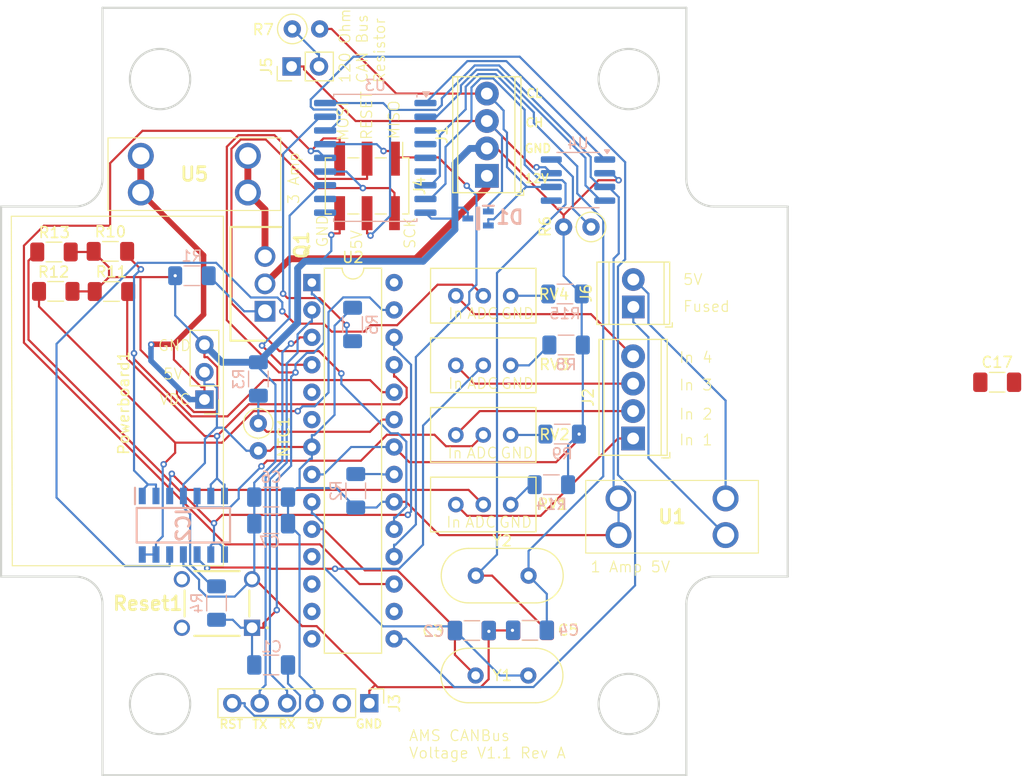
<source format=kicad_pcb>
(kicad_pcb (version 20241229) (generator "pcbnew") (generator_version "9.0")
  (layers (0 "F.Cu" signal) (2 "B.Cu" signal) (13 "F.Paste" user) (15 "B.Paste" user) (5 "F.SilkS" user "F.Silkscreen") (7 "B.SilkS" user "B.Silkscreen") (1 "F.Mask" user) (3 "B.Mask" user) (25 "Edge.Cuts" user))
  (net 0 "")
  (net 1 "GND")
  (net 2 "/BareMinAtmel328P/RESET")
  (net 3 "+5V")
  (net 4 "CANBUS_L")
  (net 5 "CANBUS_H")
  (net 6 "+3.3V")
  (net 7 "CLK5V")
  (net 8 "MISO5V")
  (net 9 "/BareMinAtmel328P/PD0-RX")
  (net 10 "/BareMinAtmel328P/PD1-TX")
  (net 11 "+VDC")
  (net 12 "/BareMinAtmel328P/PC2-A2")
  (net 13 "/BareMinAtmel328P/PD4-D4")
  (net 14 "MOSI5V")
  (net 15 "/BareMinAtmel328P/PC4-A4-SDA")
  (net 16 "/BareMinAtmel328P/PD7-D7")
  (net 17 "/BareMinAtmel328P/PD6-D6")
  (net 18 "/BareMinAtmel328P/PC1-A1")
  (net 19 "/BareMinAtmel328P/PB2-D10-SS")
  (net 20 "/BareMinAtmel328P/PC5-A5-SCL")
  (net 21 "/BareMinAtmel328P/PD3-D3")
  (net 22 "/BareMinAtmel328P/PD5-D5")
  (net 23 "/BareMinAtmel328P/PC3-A3")
  (net 24 "/BareMinAtmel328P/PC0-A0")
  (net 25 "Net-(Q1-Pad1)")
  (net 26 "Net-(Q1-Pad3)")
  (net 27 "/BareMinAtmel328P/AREF")
  (net 30 "/BareMinAtmel328P/PB1-D9")
  (net 31 "/BareMinAtmel328P/PD2-D2")
  (net 32 "/CANBUS-MCP2515/RXtoCANTC")
  (net 33 "/CANBUS-MCP2515/TXtoCANTC")
  (net 34 "Net-(J3-Pin_6)")
  (net 35 "Net-(U2-XTAL1{slash}PB6)")
  (net 36 "Net-(U2-XTAL2{slash}PB7)")
  (net 37 "Net-(U3-OSC2)")
  (net 38 "Net-(U3-OSC1)")
  (net 39 "/BufferedADC/ADCIN1")
  (net 40 "/BufferedADC/ADCIN4")
  (net 41 "/BufferedADC/ADCIN2")
  (net 42 "/BufferedADC/ADCIN3")
  (net 43 "Net-(J1-Pin_1)")
  (net 44 "Net-(J2-Pin_2)")
  (net 45 "Net-(J2-Pin_3)")
  (net 46 "Net-(J2-Pin_4)")
  (net 47 "Net-(J2-Pin_1)")
  (net 49 "Net-(J5-Pin_2)")
  (net 50 "Net-(U3-~{RESET})")
  (net 51 "Net-(U4-Rs)")
  (net 59 "Net-(J6-Pin_2)")
  (net 60 "Net-(J6-Pin_1)")
  (net 61 "Net-(R8-Pad1)")
  (net 62 "Net-(R9-Pad1)")
  (net 63 "Net-(R14-Pad1)")
  (net 64 "Net-(R15-Pad1)")
  (net 65 "SDCS5V")
  (footprint "Resistor_SMD:R_1206_3216Metric_Pad1.30x1.75mm_HandSolder" (layer "F.Cu") (at 122.2604 78.8725)
    (property "Reference" "R10")
    (property "Value" "47K")
  )
  (footprint "Capacitor_SMD:C_1206_3216Metric_Pad1.33x1.80mm_HandSolder" (layer "F.Cu") (at 155.7495 114.0148)
    (property "Reference" "C3")
    (property "Value" "22pf")
  )
  (footprint "Potentiometer_THT:Potentiometer_Bourns_3296W_Vertical" (layer "F.Cu") (at 154.2744 95.8852 180)
    (property "Reference" "RV2")
    (property "Value" "200k")
  )
  (footprint "TerminalBlock_TE-Connectivity:TerminalBlock_TE_282834-2_1x02_P2.54mm_Horizontal" (layer "F.Cu") (at 170.718 84.0223 90)
    (property "Reference" "J6")
    (property "Value" "Screw_Terminal_01x02")
  )
  (footprint "Potentiometer_THT:Potentiometer_Bourns_3296W_Vertical" (layer "F.Cu") (at 154.2744 89.4352 180)
    (property "Reference" "RV3")
    (property "Value" "200k")
  )
  (footprint "Resistor_THT:R_Axial_DIN0207_L6.3mm_D2.5mm_P2.54mm_Vertical" (layer "F.Cu") (at 139.1161 58.2607)
    (property "Reference" "R7")
    (property "Value" "120")
  )
  (footprint "TerminalBlock_Phoenix:TerminalBlock_Phoenix_MPT-0,5-4-2.54_1x04_P2.54mm_Horizontal" (layer "F.Cu") (at 157.148 71.8728 90)
    (property "Reference" "J1")
    (property "Value" "Power_And_CAN")
  )
  (footprint "Capacitor_SMD:C_1206_3216Metric_Pad1.33x1.80mm_HandSolder" (layer "F.Cu") (at 204.4375 91)
    (property "Reference" "C17")
    (property "Value" "22uf")
  )
  (footprint "Resistor_SMD:R_1206_3216Metric_Pad1.30x1.75mm_HandSolder" (layer "F.Cu") (at 117.0307 78.9287 180)
    (property "Reference" "R13")
    (property "Value" "47K")
  )
  (footprint "Resistor_THT:R_Axial_DIN0207_L6.3mm_D2.5mm_P2.54mm_Vertical" (layer "F.Cu") (at 135.9656 94.8095 -90)
    (property "Reference" "NTC1")
    (property "Value" "10k")
  )
  (footprint "Connector_PinHeader_2.54mm:PinHeader_1x06_P2.54mm_Vertical" (layer "F.Cu") (at 146.2546 120.7442 -90)
    (property "Reference" "J3")
    (property "Value" "TTL_Programmer")
  )
  (footprint "Potentiometer_THT:Potentiometer_Bourns_3296W_Vertical" (layer "F.Cu") (at 154.2744 102.3352 180)
    (property "Reference" "RV1")
    (property "Value" "200k")
  )
  (footprint "SamacSys_Parts:3568" (layer "F.Cu") (at 134.9995 70.018 180)
    (property "Reference" "U5")
    (property "Value" "3568" (hide yes))
  )
  (footprint "Resistor_THT:R_Axial_DIN0207_L6.3mm_D2.5mm_P2.54mm_Vertical" (layer "F.Cu") (at 166.7991 76.611 180)
    (property "Reference" "R6")
    (property "Value" "17k")
  )
  (footprint "Resistor_SMD:R_1206_3216Metric_Pad1.30x1.75mm_HandSolder" (layer "F.Cu") (at 117.1942 82.5796 180)
    (property "Reference" "R12")
    (property "Value" "47K")
  )
  (footprint "Resistor_SMD:R_1206_3216Metric_Pad1.30x1.75mm_HandSolder" (layer "F.Cu") (at 122.3585 82.5931)
    (property "Reference" "R11")
    (property "Value" "47K")
  )
  (footprint "Connector_PinHeader_2.54mm:PinHeader_1x03_P2.54mm_Vertical" (layer "F.Cu") (at 130.9763 92.6026 180)
    (property "Reference" "Powerboard1")
    (property "Value" "Conn_01x03" (hide yes))
  )
  (footprint "Connector_PinHeader_2.54mm:PinHeader_2x03_P2.54mm_Vertical_SMD" (layer "F.Cu") (at 146.0451 72.807 -90)
    (property "Reference" "J4")
    (property "Value" "ICSP")
  )
  (footprint "Package_DIP:DIP-28_W7.62mm" (layer "F.Cu") (at 140.9295 81.7618)
    (property "Reference" "U2")
    (property "Value" "ATmega328P-P")
  )
  (footprint "Connector_PinHeader_2.54mm:PinHeader_1x02_P2.54mm_Vertical" (layer "F.Cu") (at 139.0496 61.7385 90)
    (property "Reference" "J5")
    (property "Value" "Conn_01x02")
  )
  (footprint "SamacSys_Parts:TO254P469X1042X1967-3P" (layer "F.Cu") (at 136.586 84.4236 90)
    (property "Reference" "Q1")
    (property "Value" "IRF9Z34NPBF" (hide yes))
  )
  (footprint "TerminalBlock_Phoenix:TerminalBlock_Phoenix_MPT-0,5-4-2.54_1x04_P2.54mm_Horizontal" (layer "F.Cu") (at 170.699 96.2121 90)
    (property "Reference" "J2")
    (property "Value" "Power_And_CAN")
  )
  (footprint "Potentiometer_THT:Potentiometer_Bourns_3296W_Vertical" (layer "F.Cu") (at 154.2744 82.9852 180)
    (property "Reference" "RV4")
    (property "Value" "200k")
  )
  (footprint "Crystal:Crystal_HC49-U_Vertical" (layer "F.Cu") (at 156.1297 108.9236)
    (property "Reference" "Y2")
    (property "Value" "16MHz")
  )
  (footprint "SamacSys_Parts:TS0266160BK260LCRD" (layer "F.Cu") (at 135.3853 113.7525 180)
    (property "Reference" "Reset1")
    (property "Value" "TS02-66-160-BK-260-LCR-D" (hide yes))
  )
  (footprint "Capacitor_SMD:C_1206_3216Metric_Pad1.33x1.80mm_HandSolder" (layer "F.Cu") (at 161.1495 114.0025 180)
    (property "Reference" "C5")
    (property "Value" "22pf")
  )
  (footprint "Crystal:Crystal_HC49-U_Vertical" (layer "F.Cu") (at 156.1048 118.178)
    (property "Reference" "Y1")
    (property "Value" "16MHz")
  )
  (footprint "SamacSys_Parts:3568" (layer "F.Cu") (at 179.2705 101.7662 180)
    (property "Reference" "U1")
    (property "Value" "3568" (hide yes))
  )
  (footprint "Capacitor_SMD:C_1206_3216Metric_Pad1.33x1.80mm_HandSolder" (layer "B.Cu") (at 155.762 114.0083)
    (property "Reference" "C2")
    (property "Value" "22pf")
  )
  (footprint "Package_SO:SOIC-8_3.9x4.9mm_P1.27mm" (layer "B.Cu") (at 165.5938 72.266 180)
    (property "Reference" "U4")
    (property "Value" "MCP2551-I-SN")
  )
  (footprint "Resistor_SMD:R_1206_3216Metric_Pad1.30x1.75mm_HandSolder" (layer "B.Cu") (at 164.488988 87.547934)
    (property "Reference" "R8")
    (property "Value" "1k")
  )
  (footprint "Resistor_SMD:R_1206_3216Metric_Pad1.30x1.75mm_HandSolder" (layer "B.Cu") (at 129.8143 81.1293 180)
    (property "Reference" "R1")
    (property "Value" "10k")
  )
  (footprint "Resistor_SMD:R_1206_3216Metric_Pad1.30x1.75mm_HandSolder" (layer "B.Cu") (at 132.0964 111.4623 -90)
    (property "Reference" "R4")
    (property "Value" "10k")
  )
  (footprint "Resistor_SMD:R_1206_3216Metric_Pad1.30x1.75mm_HandSolder" (layer "B.Cu") (at 164.383854 82.820428)
    (property "Reference" "R15")
    (property "Value" "1k")
  )
  (footprint "Capacitor_SMD:C_1206_3216Metric_Pad1.33x1.80mm_HandSolder" (layer "B.Cu") (at 161.1395 113.9834 180)
    (property "Reference" "C4")
    (property "Value" "22pf")
  )
  (footprint "Package_SO:SOIC-18W_7.5x11.6mm_P1.27mm" (layer "B.Cu") (at 146.8051 70.207 180)
    (property "Reference" "U3")
    (property "Value" "MCP2515-xSO")
  )
  (footprint "SamacSys_Parts:SOIC127P600X175-14N" (layer "B.Cu") (at 129.0233 104.2533 -90)
    (property "Reference" "IC2")
    (property "Value" "OPA4340UA" (hide yes))
  )
  (footprint "Resistor_SMD:R_1206_3216Metric_Pad1.30x1.75mm_HandSolder" (layer "B.Cu") (at 144.703 85.6468 90)
    (property "Reference" "R5")
    (property "Value" "10k")
  )
  (footprint "Resistor_SMD:R_1206_3216Metric_Pad1.30x1.75mm_HandSolder" (layer "B.Cu") (at 135.973 90.6987 -90)
    (property "Reference" "R3")
    (property "Value" "10k")
  )
  (footprint "Capacitor_SMD:C_1206_3216Metric_Pad1.33x1.80mm_HandSolder" (layer "B.Cu") (at 137.1546 117.1997 180)
    (property "Reference" "C1")
    (property "Value" "100nf")
  )
  (footprint "Resistor_SMD:R_1206_3216Metric_Pad1.30x1.75mm_HandSolder" (layer "B.Cu") (at 163.121669 100.494307)
    (property "Reference" "R14")
    (property "Value" "1k")
  )
  (footprint "Resistor_SMD:R_1206_3216Metric_Pad1.30x1.75mm_HandSolder" (layer "B.Cu") (at 164.128429 95.803791)
    (property "Reference" "R9")
    (property "Value" "1k")
  )
  (footprint "Resistor_SMD:R_1206_3216Metric_Pad1.30x1.75mm_HandSolder" (layer "B.Cu") (at 144.9956 101.059 -90)
    (property "Reference" "R2")
    (property "Value" "4.7k")
  )
  (footprint "Capacitor_SMD:C_1206_3216Metric_Pad1.33x1.80mm_HandSolder" (layer "B.Cu") (at 137.1573 104.1156 180)
    (property "Reference" "C7")
    (property "Value" "100nf")
  )
  (footprint "SamacSys_Parts:SOT65P210X110-3N" (layer "B.Cu") (at 156.3314 75.8236 180)
    (property "Reference" "D1")
    (property "Value" "PESD5V0L2UU,115" (hide yes))
  )
  (footprint "Capacitor_SMD:C_1206_3216Metric_Pad1.33x1.80mm_HandSolder" (layer "B.Cu") (at 137.1536 101.6457 180)
    (property "Reference" "C6")
    (property "Value" "100nf")
  )
  (gr_line (start 132.728538 75.617463) (end 132.728538 108.002463) (stroke (width 0.1)) (layer "F.SilkS"))
  (gr_line (start 113.077021 75.617463) (end 113.170538 108.002463) (stroke (width 0.1)) (layer "F.SilkS"))
  (gr_line (start 132.728538 108.002463) (end 113.170538 108.002463) (stroke (width 0.1)) (layer "F.SilkS"))
  (gr_line (start 132.728538 75.617463) (end 113.077021 75.617463) (stroke (width 0.1)) (layer "F.SilkS"))
  (gr_curve (pts (xy 175.629317 111.545738) (xy 175.629317 110.142934) (xy 176.766514 109.005738) (xy 178.169317 109.005738)) (stroke (width 0.2)) (layer "Edge.Cuts"))
  (gr_line (start 121.5273 56.300729) (end 121.5273 72.175733) (stroke (width 0.2)) (layer "Edge.Cuts"))
  (gr_curve (pts (xy 118.9873 109.005738) (xy 120.390104 109.005738) (xy 121.5273 110.142934) (xy 121.5273 111.545738)) (stroke (width 0.2)) (layer "Edge.Cuts"))
  (gr_circle (center 170.295309 62.904725) (end 173.089309 62.904725) (stroke (width 0.2)) (fill no) (layer "Edge.Cuts"))
  (gr_line (start 175.629317 127.420721) (end 175.629317 111.545738) (stroke (width 0.2)) (layer "Edge.Cuts"))
  (gr_line (start 185.0273 74.715733) (end 178.169317 74.715733) (stroke (width 0.2)) (layer "Edge.Cuts"))
  (gr_line (start 118.9873 74.715733) (end 112.129317 74.715733) (stroke (width 0.2)) (layer "Edge.Cuts"))
  (gr_curve (pts (xy 121.5273 72.175733) (xy 121.5273 73.578537) (xy 120.390104 74.715733) (xy 118.9873 74.715733)) (stroke (width 0.2)) (layer "Edge.Cuts"))
  (gr_line (start 121.5273 111.545738) (end 121.5273 127.420721) (stroke (width 0.2)) (layer "Edge.Cuts"))
  (gr_line (start 112.129317 74.715733) (end 112.129317 109.005738) (stroke (width 0.2)) (layer "Edge.Cuts"))
  (gr_line (start 121.5273 127.420721) (end 175.629317 127.420721) (stroke (width 0.2)) (layer "Edge.Cuts"))
  (gr_circle (center 170.295309 120.816725) (end 173.089309 120.816725) (stroke (width 0.2)) (fill no) (layer "Edge.Cuts"))
  (gr_line (start 175.629317 56.300729) (end 121.5273 56.300729) (stroke (width 0.2)) (layer "Edge.Cuts"))
  (gr_line (start 178.169317 109.005738) (end 185.0273 109.005738) (stroke (width 0.2)) (layer "Edge.Cuts"))
  (gr_circle (center 126.861309 62.904725) (end 129.655309 62.904725) (stroke (width 0.2)) (fill no) (layer "Edge.Cuts"))
  (gr_line (start 185.0273 109.005738) (end 185.0273 74.715733) (stroke (width 0.2)) (layer "Edge.Cuts"))
  (gr_line (start 112.129317 109.005738) (end 118.9873 109.005738) (stroke (width 0.2)) (layer "Edge.Cuts"))
  (gr_circle (center 126.861309 120.816725) (end 129.655309 120.816725) (stroke (width 0.2)) (fill no) (layer "Edge.Cuts"))
  (gr_curve (pts (xy 178.169317 74.715733) (xy 176.766514 74.715733) (xy 175.629317 73.578537) (xy 175.629317 72.175733)) (stroke (width 0.2)) (layer "Edge.Cuts"))
  (gr_line (start 175.629317 72.175733) (end 175.629317 56.300729) (stroke (width 0.2)) (layer "Edge.Cuts"))
  (gr_text "GND" (at 142.490484 78.577179 90) (layer "F.SilkS") (effects (font (size 1 1) (thickness 0.1)) (justify left bottom)))
  (gr_text "120 Ohm \nCAN Bus \nResistor" (at 147.795716 63.344447 90) (layer "F.SilkS") (effects (font (size 1 1) (thickness 0.1)) (justify left bottom)))
  (gr_text "Fused" (at 175.267294 84.559707 0) (layer "F.SilkS") (effects (font (size 1 1) (thickness 0.1)) (justify left bottom)))
  (gr_text "In 2" (at 174.901724 94.540092 0) (layer "F.SilkS") (effects (font (size 1 1) (thickness 0.1)) (justify left bottom)))
  (gr_text "GND" (at 158.401355 85.211499 0) (layer "F.SilkS") (effects (font (size 1 1) (thickness 0.1)) (justify left bottom)))
  (gr_text "In 1" (at 174.901724 96.930586 0) (layer "F.SilkS") (effects (font (size 1 1) (thickness 0.1)) (justify left bottom)))
  (gr_text "GND" (at 158.3953 91.699028 0) (layer "F.SilkS") (effects (font (size 1 1) (thickness 0.1)) (justify left bottom)))
  (gr_text "CH" (at 160.638887 67.408059 0) (layer "F.SilkS") (effects (font (size 0.8 0.8) (thickness 0.15) (bold yes)) (justify left bottom)))
  (gr_text "In 3" (at 174.901724 91.841147 0) (layer "F.SilkS") (effects (font (size 1 1) (thickness 0.1)) (justify left bottom)))
  (gr_text "CL" (at 160.718628 64.696854 0) (layer "F.SilkS") (effects (font (size 0.8 0.8) (thickness 0.15) (bold yes)) (justify left bottom)))
  (gr_text "ADC" (at 155.199948 98.144199 0) (layer "F.SilkS") (effects (font (size 1 1) (thickness 0.1)) (justify left bottom)))
  (gr_text "SCK" (at 150.595068 78.714346 90) (layer "F.SilkS") (effects (font (size 1 1) (thickness 0.1)) (justify left bottom)))
  (gr_text "GND" (at 144.902849 123.130049 0) (layer "F.SilkS") (effects (font (size 0.8 0.8) (thickness 0.15) (bold yes)) (justify left bottom)))
  (gr_text "ADC" (at 155.260469 85.211499 0) (layer "F.SilkS") (effects (font (size 1 1) (thickness 0.1)) (justify left bottom)))
  (gr_text "In " (at 153.438873 98.144199 0) (layer "F.SilkS") (effects (font (size 1 1) (thickness 0.1)) (justify left bottom)))
  (gr_text "RST" (at 132.279025 123.156799 0) (layer "F.SilkS") (effects (font (size 0.8 0.8) (thickness 0.15) (bold yes)) (justify left bottom)))
  (gr_text "5V" (at 140.358383 123.156799 0) (layer "F.SilkS") (effects (font (size 0.8 0.8) (thickness 0.15) (bold yes)) (justify left bottom)))
  (gr_text "5V" (at 175.267294 82.066396 0) (layer "F.SilkS") (effects (font (size 1 1) (thickness 0.1)) (justify left bottom)))
  (gr_text "MOSI" (at 144.39639 68.697574 90) (layer "F.SilkS") (effects (font (size 1 1) (thickness 0.1)) (justify left bottom)))
  (gr_text "In " (at 153.493339 91.699028 0) (layer "F.SilkS") (effects (font (size 1 1) (thickness 0.1)) (justify left bottom)))
  (gr_text "GND" (at 160.559146 69.800299 0) (layer "F.SilkS") (effects (font (size 0.8 0.8) (thickness 0.15) (bold yes)) (justify left bottom)))
  (gr_text "GND" (at 158.218285 104.557597 0) (layer "F.SilkS") (effects (font (size 1 1) (thickness 0.1)) (justify left bottom)))
  (gr_text "RX" (at 137.744473 123.144293 0) (layer "F.SilkS") (effects (font (size 0.8 0.8) (thickness 0.15) (bold yes)) (justify left bottom)))
  (gr_text "GND" (at 126.612709 88.188441 0) (layer "F.SilkS") (effects (font (size 1 1) (thickness 0.1)) (justify left bottom)))
  (gr_text "ADC" (at 155.077399 104.557597 0) (layer "F.SilkS") (effects (font (size 1 1) (thickness 0.1)) (justify left bottom)))
  (gr_text "In " (at 153.316324 104.557597 0) (layer "F.SilkS") (effects (font (size 1 1) (thickness 0.1)) (justify left bottom)))
  (gr_text "TX" (at 135.318165 123.169306 0) (layer "F.SilkS") (effects (font (size 0.8 0.8) (thickness 0.15) (bold yes)) (justify left bottom)))
  (gr_text "12V" (at 160.559146 72.591246 0) (layer "F.SilkS") (effects (font (size 0.8 0.8) (thickness 0.15) (bold yes)) (justify left bottom)))
  (gr_text "AMS CANBus\nVoltage V1.1 Rev A" (at 149.872383 125.946237 0) (layer "F.SilkS") (effects (font (size 1 1) (thickness 0.1)) (justify left bottom)))
  (gr_text "In " (at 153.499394 85.211499 0) (layer "F.SilkS") (effects (font (size 1 1) (thickness 0.1)) (justify left bottom)))
  (gr_text "5V" (at 127.091727 90.818777 0) (layer "F.SilkS") (effects (font (size 1 1) (thickness 0.1)) (justify left bottom)))
  (gr_text "3 Amp" (at 139.829903 74.55505 90) (layer "F.SilkS") (effects (font (size 1 1) (thickness 0.1)) (justify left bottom)))
  (gr_text "ADC" (at 155.254414 91.699028 0) (layer "F.SilkS") (effects (font (size 1 1) (thickness 0.1)) (justify left bottom)))
  (gr_text "In 4\n" (at 174.901724 89.296428 0) (layer "F.SilkS") (effects (font (size 1 1) (thickness 0.1)) (justify left bottom)))
  (gr_text "GND" (at 158.340834 98.144199 0) (layer "F.SilkS") (effects (font (size 1 1) (thickness 0.1)) (justify left bottom)))
  (gr_text "VDC" (at 126.730054 93.184004 0) (layer "F.SilkS") (effects (font (size 1 1) (thickness 0.1)) (justify left bottom)))
  (gr_text "MISO" (at 149.134678 68.555049 90) (layer "F.SilkS") (effects (font (size 1 1) (thickness 0.1)) (justify left bottom)))
  (gr_text "1 Amp 5V" (at 166.686005 108.694535 0) (layer "F.SilkS") (effects (font (size 1 1) (thickness 0.1)) (justify left bottom)))
  (gr_text "RESET" (at 146.592921 68.609515 90) (layer "F.SilkS") (effects (font (size 1 1) (thickness 0.1)) (justify left bottom)))
  (gr_text "5V" (at 145.665874 78.768812 90) (layer "F.SilkS") (effects (font (size 1 1) (thickness 0.1)) (justify left bottom)))
  (segment (start 120.8085 82.5796) (end 122.1316 81.2565) (width 0.2) (layer "F.Cu") (net 1))
  (segment (start 128.4299 92.1936) (end 129.9961 93.7598) (width 0.2) (layer "F.Cu") (net 1))
  (segment (start 131.9896 93.7598) (end 132.1778 93.5716) (width 0.2) (layer "F.Cu") (net 1))
  (segment (start 146.2546 119.5925) (end 146.8092 119.0379) (width 0.2) (layer "F.Cu") (net 1))
  (segment (start 120.7104 78.9287) (end 118.5807 78.9287) (width 0.2) (layer "F.Cu") (net 1))
  (segment (start 141.3716 113.6003) (end 140.0225 113.6003) (width 0.2) (layer "F.Cu") (net 1))
  (segment (start 130.9763 87.5226) (end 130.9763 88.6743) (width 0.2) (layer "F.Cu") (net 1))
  (segment (start 120.8085 82.5796) (end 118.7442 82.5796) (width 0.2) (layer "F.Cu") (net 1))
  (segment (start 125.0503 81.2565) (end 125.0503 88.0031) (width 0.2) (layer "F.Cu") (net 1))
  (segment (start 125.0503 88.0031) (end 128.4299 91.3827) (width 0.2) (layer "F.Cu") (net 1))
  (segment (start 128.1371 81.2565) (end 128.2643 81.1293) (width 0.2) (layer "F.Cu") (net 1))
  (segment (start 143.5051 75.332) (end 143.5051 77.2087) (width 0.2) (layer "F.Cu") (net 1))
  (segment (start 165.696705 95.807912) (end 165.696705 96.273605) (width 0.2) (layer "F.Cu") (net 1))
  (segment (start 146.8092 119.0379) (end 141.3716 113.6003) (width 0.2) (layer "F.Cu") (net 1))
  (segment (start 156.574 119.2574) (end 147.0287 119.2574) (width 0.2) (layer "F.Cu") (net 1))
  (segment (start 157.312 114.0148) (end 157.312 114.064873) (width 0.2) (layer "F.Cu") (net 1))
  (segment (start 149.952746 98.405046) (end 163.565264 98.405046) (width 0.2) (layer "F.Cu") (net 1))
  (segment (start 157.33321 114.086083) (end 157.416793 114.0025) (width 0.2) (layer "F.Cu") (net 1))
  (segment (start 147.0287 119.2574) (end 146.8092 119.0379) (width 0.2) (layer "F.Cu") (net 1))
  (segment (start 122.1316 80.3499) (end 120.7104 78.9287) (width 0.2) (layer "F.Cu") (net 1))
  (segment (start 157.312 114.107293) (end 157.312 118.5194) (width 0.2) (layer "F.Cu") (net 1))
  (segment (start 146.2546 120.7442) (end 146.2546 119.5925) (width 0.2) (layer "F.Cu") (net 1))
  (segment (start 132.1778 89.6073) (end 131.2448 88.6743) (width 0.2) (layer "F.Cu") (net 1))
  (segment (start 157.312 114.064873) (end 157.33321 114.086083) (width 0.2) (layer "F.Cu") (net 1))
  (segment (start 140.0225 113.6003) (end 135.6747 109.2525) (width 0.2) (layer "F.Cu") (net 1))
  (segment (start 122.1316 81.2565) (end 128.1371 81.2565) (width 0.2) (layer "F.Cu") (net 1))
  (segment (start 164.2591 75.51) (end 167.49 72.2791) (width 0.2) (layer "F.Cu") (net 1))
  (segment (start 148.5495 97.0018) (end 149.952746 98.405046) (width 0.2) (layer "F.Cu") (net 1))
  (segment (start 143.5051 77.2087) (end 142.8678 77.2087) (width 0.2) (layer "F.Cu") (net 1))
  (segment (start 165.696705 96.273605) (end 163.565264 98.405046) (width 0.2) (layer "F.Cu") (net 1))
  (segment (start 157.312 118.5194) (end 156.574 119.2574) (width 0.2) (layer "F.Cu") (net 1))
  (segment (start 122.1316 81.2565) (end 122.1316 80.3499) (width 0.2) (layer "F.Cu") (net 1))
  (segment (start 128.4299 91.3827) (end 128.4299 92.1936) (width 0.2) (layer "F.Cu") (net 1))
  (segment (start 131.2448 88.6743) (end 130.9763 88.6743) (width 0.2) (layer "F.Cu") (net 1))
  (segment (start 164.2591 75.6101) (end 164.2591 75.5108) (width 0.2) (layer "F.Cu") (net 1))
  (segment (start 167.49 72.2791) (end 169.3534 72.2791) (width 0.2) (layer "F.Cu") (net 1))
  (segment (start 158.0819 69.3328) (end 164.2591 75.51) (width 0.2) (layer "F.Cu") (net 1))
  (segment (start 129.9961 93.7598) (end 131.9896 93.7598) (width 0.2) (layer "F.Cu") (net 1))
  (segment (start 164.2591 76.611) (end 164.2591 75.6101) (width 0.2) (layer "F.Cu") (net 1))
  (segment (start 164.2591 75.5108) (end 164.2591 75.51) (width 0.2) (layer "F.Cu") (net 1))
  (segment (start 157.33321 114.086083) (end 157.312 114.107293) (width 0.2) (layer "F.Cu") (net 1))
  (segment (start 142.8678 77.2087) (end 142.731 77.3455) (width 0.2) (layer "F.Cu") (net 1))
  (segment (start 132.1778 93.5716) (end 132.1778 89.6073) (width 0.2) (layer "F.Cu") (net 1))
  (segment (start 157.416793 114.0025) (end 159.587 114.0025) (width 0.2) (layer "F.Cu") (net 1))
  (via (at 142.731 77.3455) (size 0.6) (drill 0.3) (layers "F.Cu" "B.Cu") (net 1))
  (via (at 159.518385 113.990557) (size 0.6) (drill 0.3) (layers "F.Cu" "B.Cu") (net 1))
  (via (at 157.33321 114.086083) (size 0.6) (drill 0.3) (layers "F.Cu" "B.Cu") (net 1))
  (via (at 169.3534 72.2791) (size 0.6) (drill 0.3) (layers "F.Cu" "B.Cu") (net 1))
  (via (at 165.696705 95.807912) (size 0.6) (drill 0.3) (layers "F.Cu" "B.Cu") (net 1))
  (via (at 128.2643 81.1293) (size 0.6) (drill 0.3) (layers "F.Cu" "B.Cu") (net 1))
  (segment (start 151.245 79.7892) (end 154.187 76.848) (width 0.635) (layer "B.Cu") (net 1))
  (segment (start 164.671669 96.810551) (end 165.674308 95.807912) (width 0.2) (layer "B.Cu") (net 1))
  (segment (start 166.038988 87.547934) (end 166.038988 95.443232) (width 0.2) (layer "B.Cu") (net 1))
  (segment (start 168.7053 71.631) (end 169.3534 72.2791) (width 0.2) (layer "B.Cu") (net 1))
  (segment (start 165.933854 82.820428) (end 165.933854 87.4428) (width 0.2) (layer "B.Cu") (net 1))
  (segment (start 165.674308 95.807912) (end 165.696705 95.807912) (width 0.2) (layer "B.Cu") (net 1))
  (segment (start 152.0047 75.8366) (end 151.4551 75.287) (width 0.2) (layer "B.Cu") (net 1))
  (segment (start 128.2643 84.8106) (end 130.9763 87.5226) (width 0.2) (layer "B.Cu") (net 1))
  (segment (start 139.612 85.5097) (end 139.612 80.4443) (width 0.635) (layer "B.Cu") (net 1))
  (segment (start 139.612 80.4443) (end 140.267 79.7892) (width 0.635) (layer "B.Cu") (net 1))
  (segment (start 137.5553 98.3473) (end 135.5911 100.3115) (width 0.2) (layer "B.Cu") (net 1))
  (segment (start 164.2591 81.145674) (end 165.933854 82.820428) (width 0.2) (layer "B.Cu") (net 1))
  (segment (start 154.187 76.848) (end 154.187 75.8366) (width 0.635) (layer "B.Cu") (net 1))
  (segment (start 164.2591 76.611) (end 164.2591 81.145674) (width 0.2) (layer "B.Cu") (net 1))
  (segment (start 132.6024 89.1487) (end 130.9763 87.5226) (width 0.635) (layer "B.Cu") (net 1))
  (segment (start 159.3544 113.7608) (end 159.518385 113.990557) (width 0.2) (layer "B.Cu") (net 1))
  (segment (start 131.1843 110.8658) (end 133.772 110.8658) (width 0.2) (layer "B.Cu") (net 1))
  (segment (start 144.5712 97.0018) (end 142.0312 99.5418) (width 0.2) (layer "B.Cu") (net 1))
  (segment (start 135.973 89.1487) (end 139.612 85.5097) (width 0.635) (layer "B.Cu") (net 1))
  (segment (start 129.0233 108.0295) (end 129.2025 108.0295) (width 0.2) (layer "B.Cu") (net 1))
  (segment (start 140.9295 99.5418) (end 142.0312 99.5418) (width 0.2) (layer "B.Cu") (net 1))
  (segment (start 151.7299 75.5618) (end 151.4551 75.287) (width 0.2) (layer "B.Cu") (net 1))
  (segment (start 130.4783 110.1598) (end 131.1843 110.8658) (width 0.2) (layer "B.Cu") (net 1))
  (segment (start 155.592 69.3328) (end 157.148 69.3328) (width 0.635) (layer "B.Cu") (net 1))
  (segment (start 129.2025 108.0295) (end 130.4783 109.3053) (width 0.2) (layer "B.Cu") (net 1))
  (segment (start 140.267 79.7892) (end 141.7739 79.7892) (width 0.635) (layer "B.Cu") (net 1))
  (segment (start 128.2643 81.160478) (end 128.2643 84.8106) (width 0.2) (layer "B.Cu") (net 1))
  (segment (start 154.187 75.8366) (end 154.187 74.8252) (width 0.635) (layer "B.Cu") (net 1))
  (segment (start 154.9597 74.8252) (end 155.3814 75.2469) (width 0.2) (layer "B.Cu") (net 1))
  (segment (start 130.4783 109.3053) (end 130.4783 110.1598) (width 0.2) (layer "B.Cu") (net 1))
  (segment (start 148.5495 97.0018) (end 144.5712 97.0018) (width 0.2) (layer "B.Cu") (net 1))
  (segment (start 154.187 75.8366) (end 152.0047 75.8366) (width 0.2) (layer "B.Cu") (net 1))
  (segment (start 165.696705 95.807912) (end 165.696705 95.785515) (width 0.2) (layer "B.Cu") (net 1))
  (segment (start 142.731 78.8321) (end 142.731 77.3455) (width 0.2) (layer "B.Cu") (net 1))
  (segment (start 133.772 110.8658) (end 135.3853 109.2525) (width 0.2) (layer "B.Cu") (net 1))
  (segment (start 135.485 89.1487) (end 137.5553 91.219) (width 0.2) (layer "B.Cu") (net 1))
  (segment (start 135.973 89.1487) (end 132.6024 89.1487) (width 0.635) (layer "B.Cu") (net 1))
  (segment (start 151.73 75.5618) (end 151.7299 75.5618) (width 0.2) (layer "B.Cu") (net 1))
  (segment (start 141.7739 79.7892) (end 142.731 78.8321) (width 0.2) (layer "B.Cu") (net 1))
  (segment (start 154.187 74.8252) (end 154.187 70.7386) (width 0.635) (layer "B.Cu") (net 1))
  (segment (start 137.5553 91.219) (end 137.5553 98.3473) (width 0.2) (layer "B.Cu") (net 1))
  (segment (start 165.696705 95.785515) (end 165.678429 95.803791) (width 0.2) (layer "B.Cu") (net 1))
  (segment (start 154.187 74.8252) (end 154.9597 74.8252) (width 0.2) (layer "B.Cu") (net 1))
  (segment (start 129.0233 107.4774) (end 129.0233 108.0295) (width 0.2) (layer "B.Cu") (net 1))
  (segment (start 154.187 70.7386) (end 155.592 69.3328) (width 0.635) (layer "B.Cu") (net 1))
  (segment (start 135.5948 104.1156) (end 135.5948 109.043) (width 0.2) (layer "B.Cu") (net 1))
  (segment (start 128.2643 81.1293) (end 128.2643 81.139082) (width 0.2) (layer "B.Cu") (net 1))
  (segment (start 135.5911 100.3115) (end 135.5911 101.6457) (width 0.2) (layer "B.Cu") (net 1))
  (segment (start 141.7739 79.7892) (end 151.245 79.7892) (width 0.635) (layer "B.Cu") (net 1))
  (segment (start 164.671669 100.494307) (end 164.671669 96.810551) (width 0.2) (layer "B.Cu") (net 1))
  (segment (start 135.5948 101.6494) (end 135.5948 104.1156) (width 0.2) (layer "B.Cu") (net 1))
  (segment (start 155.3814 75.8236) (end 155.3814 75.2469) (width 0.2) (layer "B.Cu") (net 1))
  (segment (start 133.0519 69.174) (end 133.0519 85.2494) (width 0.2) (layer "F.Cu") (net 2))
  (segment (start 137.4608 68.1032) (end 134.1227 68.1032) (width 0.2) (layer "F.Cu") (net 2))
  (segment (start 134.1227 68.1032) (end 133.0519 69.174) (width 0.2) (layer "F.Cu") (net 2))
  (segment (start 133.0519 85.2494) (end 137.8927 90.0902) (width 0.2) (layer "F.Cu") (net 2))
  (segment (start 146.0451 72.1587) (end 141.5163 72.1587) (width 0.2) (layer "F.Cu") (net 2))
  (segment (start 146.0451 70.282) (end 146.0451 72.1587) (width 0.2) (layer "F.Cu") (net 2))
  (segment (start 137.8927 90.0902) (end 139.4129 90.0902) (width 0.2) (layer "F.Cu") (net 2))
  (segment (start 136.437 113.7525) (end 136.437 113.3533) (width 0.2) (layer "F.Cu") (net 2))
  (segment (start 135.3853 113.7525) (end 136.437 113.7525) (width 0.2) (layer "F.Cu") (net 2))
  (segment (start 141.5163 72.1587) (end 137.4608 68.1032) (width 0.2) (layer "F.Cu") (net 2))
  (segment (start 136.437 113.3533) (end 137.6808 112.1095) (width 0.2) (layer "F.Cu") (net 2))
  (via (at 137.6808 112.1095) (size 0.6) (drill 0.3) (layers "F.Cu" "B.Cu") (net 2))
  (via (at 139.4129 90.0902) (size 0.6) (drill 0.3) (layers "F.Cu" "B.Cu") (net 2))
  (segment (start 141.0672 82.8635) (end 142.0512 83.8475) (width 0.2) (layer "B.Cu") (net 2))
  (segment (start 142.0512 83.8475) (end 142.0512 87.3366) (width 0.2) (layer "B.Cu") (net 2))
  (segment (start 135.3853 113.7525) (end 134.3336 113.7525) (width 0.2) (layer "B.Cu") (net 2))
  (segment (start 140.9295 82.8635) (end 141.0672 82.8635) (width 0.2) (layer "B.Cu") (net 2))
  (segment (start 139.0065 98.7415) (end 137.6808 100.0672) (width 0.2) (layer "B.Cu") (net 2))
  (segment (start 141.1077 88.2801) (end 140.4731 88.2801) (width 0.2) (layer "B.Cu") (net 2))
  (segment (start 142.0512 87.3366) (end 141.1077 88.2801) (width 0.2) (layer "B.Cu") (net 2))
  (segment (start 135.3853 116.9929) (end 135.3853 113.7525) (width 0.2) (layer "B.Cu") (net 2))
  (segment (start 139.4129 90.0902) (end 139.0065 90.4966) (width 0.2) (layer "B.Cu") (net 2))
  (segment (start 139.4129 89.3403) (end 139.4129 90.0902) (width 0.2) (layer "B.Cu") (net 2))
  (segment (start 133.5934 113.0123) (end 134.3336 113.7525) (width 0.2) (layer "B.Cu") (net 2))
  (segment (start 139.0065 90.4966) (end 139.0065 98.7415) (width 0.2) (layer "B.Cu") (net 2))
  (segment (start 132.0964 113.0123) (end 133.5934 113.0123) (width 0.2) (layer "B.Cu") (net 2))
  (segment (start 140.4731 88.2801) (end 139.4129 89.3403) (width 0.2) (layer "B.Cu") (net 2))
  (segment (start 137.6808 100.0672) (end 137.6808 112.1095) (width 0.2) (layer "B.Cu") (net 2))
  (segment (start 140.9295 81.7618) (end 140.9295 82.8635) (width 0.2) (layer "B.Cu") (net 2))
  (segment (start 146.0451 75.332) (end 146.0451 77.2087) (width 0.2) (layer "F.Cu") (net 3))
  (segment (start 169.3505 105.1662) (end 152.7356 105.1662) (width 0.2) (layer "F.Cu") (net 3))
  (segment (start 146.0451 77.2087) (end 146.1601 77.2087) (width 0.2) (layer "F.Cu") (net 3))
  (segment (start 152.7356 105.1662) (end 149.6512 102.0818) (width 0.2) (layer "F.Cu") (net 3))
  (segment (start 137.415 97.0018) (end 137.0673 97.3495) (width 0.2) (layer "F.Cu") (net 3))
  (segment (start 135.9656 97.3495) (end 137.0673 97.3495) (width 0.2) (layer "F.Cu") (net 3))
  (segment (start 148.5495 102.0818) (end 149.6512 102.0818) (width 0.2) (layer "F.Cu") (net 3))
  (segment (start 146.1601 77.2087) (end 146.363 77.4116) (width 0.2) (layer "F.Cu") (net 3))
  (segment (start 140.9295 97.0018) (end 137.415 97.0018) (width 0.2) (layer "F.Cu") (net 3))
  (via (at 146.363 77.4116) (size 0.6) (drill 0.3) (layers "F.Cu" "B.Cu") (net 3))
  (segment (start 139.7964 100.8118) (end 139.5537 100.8118) (width 0.2) (layer "B.Cu") (net 3))
  (segment (start 129.65 103.2322) (end 129.65 107.8558) (width 0.2) (layer "B.Cu") (net 3))
  (segment (start 129.0233 101.0092) (end 129.0233 100.4771) (width 0.2) (layer "B.Cu") (net 3))
  (segment (start 169.3695 79.0727) (end 168.8919 79.5503) (width 0.2) (layer "B.Cu") (net 3))
  (segment (start 132.0698 95.2109) (end 131.0185 96.2622) (width 0.2) (layer "B.Cu") (net 3))
  (segment (start 168.8919 79.5503) (end 168.8919 101.3076) (width 0.2) (layer "B.Cu") (net 3))
  (segment (start 158.287 61.6435) (end 166.7714 70.1279) (width 0.2) (layer "B.Cu") (net 3))
  (segment (start 143.0328 94.0251) (end 143.0328 85.767) (width 0.2) (layer "B.Cu") (net 3))
  (segment (start 148.5495 102.0818) (end 147.4478 102.0818) (width 0.2) (layer "B.Cu") (net 3))
  (segment (start 132.1314 95.2109) (end 132.0698 95.2109) (width 0.2) (layer "B.Cu") (net 3))
  (segment (start 139.788 118.2059) (end 139.788 105.1838) (width 0.2) (layer "B.Cu") (net 3))
  (segment (start 131.7908 91.2143) (end 132.1314 91.5549) (width 0.2) (layer "B.Cu") (net 3))
  (segment (start 139.7964 99.0568) (end 139.7964 100.8118) (width 0.2) (layer "B.Cu") (net 3))
  (segment (start 141.1746 120.7442) (end 141.1746 119.5925) (width 0.2) (layer "B.Cu") (net 3))
  (segment (start 147.5398 65.127) (end 148.1748 65.762) (width 0.2) (layer "B.Cu") (net 3))
  (segment (start 129.0233 102.6055) (end 129.65 103.2322) (width 0.2) (layer "B.Cu") (net 3))
  (segment (start 143.1984 100.8118) (end 139.7964 100.8118) (width 0.2) (layer "B.Cu") (net 3))
  (segment (start 152.9744 65.3169) (end 152.9744 64.6904) (width 0.2) (layer "B.Cu") (net 3))
  (segment (start 132.1314 91.5549) (end 132.1314 95.2109) (width 0.2) (layer "B.Cu") (net 3))
  (segment (start 135.9656 97.3495) (end 134.8639 97.3495) (width 0.2) (layer "B.Cu") (net 3))
  (segment (start 141.1746 119.5925) (end 139.788 118.2059) (width 0.2) (layer "B.Cu") (net 3))
  (segment (start 152.9744 64.6904) (end 156.0213 61.6435) (width 0.2) (layer "B.Cu") (net 3))
  (segment (start 169.3695 73.8497) (end 169.3695 79.0727) (width 0.2) (layer "B.Cu") (net 3))
  (segment (start 130.9763 91.2143) (end 131.7908 91.2143) (width 0.2) (layer "B.Cu") (net 3))
  (segment (start 129.65 107.8558) (end 131.7065 109.9123) (width 0.2) (layer "B.Cu") (net 3))
  (segment (start 143.0328 85.767) (end 144.703 84.0968) (width 0.2) (layer "B.Cu") (net 3))
  (segment (start 166.7714 70.1279) (end 166.7714 71.9772) (width 0.2) (layer "B.Cu") (net 3))
  (segment (start 140.9295 97.0018) (end 140.9295 98.1035) (width 0.2) (layer "B.Cu") (net 3))
  (segment (start 140.7497 98.1035) (end 139.7964 99.0568) (width 0.2) (layer "B.Cu") (net 3))
  (segment (start 168.4208 72.901) (end 169.3695 73.8497) (width 0.2) (layer "B.Cu") (net 3))
  (segment (start 130.9763 90.0626) (end 130.9763 91.2143) (width 0.2) (layer "B.Cu") (net 3))
  (segment (start 144.9956 102.609) (end 143.1984 100.8118) (width 0.2) (layer "B.Cu") (net 3))
  (segment (start 131.0185 98.4819) (end 129.0233 100.4771) (width 0.2) (layer "B.Cu") (net 3))
  (segment (start 140.9295 95.9001) (end 141.1578 95.9001) (width 0.2) (layer "B.Cu") (net 3))
  (segment (start 134.8639 97.3495) (end 132.7253 95.2109) (width 0.2) (layer "B.Cu") (net 3))
  (segment (start 139.788 105.1838) (end 138.7198 104.1156) (width 0.2) (layer "B.Cu") (net 3))
  (segment (start 140.9295 98.1035) (end 140.7497 98.1035) (width 0.2) (layer "B.Cu") (net 3))
  (segment (start 141.1578 95.9001) (end 143.0328 94.0251) (width 0.2) (layer "B.Cu") (net 3))
  (segment (start 148.1748 65.762) (end 148.1748 75.5998) (width 0.2) (layer "B.Cu") (net 3))
  (segment (start 129.0233 101.5413) (end 129.0233 102.6055) (width 0.2) (layer "B.Cu") (net 3))
  (segment (start 140.9295 96.4509) (end 140.9295 95.9001) (width 0.2) (layer "B.Cu") (net 3))
  (segment (start 152.5293 65.762) (end 152.9744 65.3169) (width 0.2) (layer "B.Cu") (net 3))
  (segment (start 132.7253 95.2109) (end 132.1314 95.2109) (width 0.2) (layer "B.Cu") (net 3))
  (segment (start 146.9206 102.609) (end 144.9956 102.609) (width 0.2) (layer "B.Cu") (net 3))
  (segment (start 139.5537 100.8118) (end 138.7198 101.6457) (width 0.2) (layer "B.Cu") (net 3))
  (segment (start 142.1551 65.127) (end 147.5398 65.127) (width 0.2) (layer "B.Cu") (net 3))
  (segment (start 138.7198 101.6457) (end 138.7198 104.1156) (width 0.2) (layer "B.Cu") (net 3))
  (segment (start 166.7714 71.9772) (end 167.6952 72.901) (width 0.2) (layer "B.Cu") (net 3))
  (segment (start 131.0185 96.2622) (end 131.0185 98.4819) (width 0.2) (layer "B.Cu") (net 3))
  (segment (start 147.4478 102.0818) (end 146.9206 102.609) (width 0.2) (layer "B.Cu") (net 3))
  (segment (start 156.0213 61.6435) (end 158.287 61.6435) (width 0.2) (layer "B.Cu") (net 3))
  (segment (start 169.3505 105.1662) (end 169.3505 101.7662) (width 0.2) (layer "B.Cu") (net 3))
  (segment (start 148.1748 65.762) (end 152.5293 65.762) (width 0.2) (layer "B.Cu") (net 3))
  (segment (start 148.1748 75.5998) (end 146.363 77.4116) (width 0.2) (layer "B.Cu") (net 3))
  (segment (start 157.148 64.2528) (end 148.7499 64.2528) (width 0.2) (layer "F.Cu") (net 4))
  (segment (start 148.7499 64.2528) (end 142.7578 58.2607) (width 0.2) (layer "F.Cu") (net 4))
  (segment (start 141.6561 58.2607) (end 142.7578 58.2607) (width 0.2) (layer "F.Cu") (net 4))
  (segment (start 163.1188 72.901) (end 160.854 72.901) (width 0.2) (layer "B.Cu") (net 4))
  (segment (start 157.2814 75.8969) (end 157.786 75.8969) (width 0.2) (layer "B.Cu") (net 4))
  (segment (start 157.2814 76.4736) (end 157.2814 75.8969) (width 0.2) (layer "B.Cu") (net 4))
  (segment (start 158.7019 65.83) (end 158.7019 67.5569) (width 0.2) (layer "B.Cu") (net 4))
  (segment (start 159.012 71.059) (end 160.818 72.8649) (width 0.2) (layer "B.Cu") (net 4))
  (segment (start 159.012 67.867) (end 159.012 71.059) (width 0.2) (layer "B.Cu") (net 4))
  (segment (start 158.7019 67.5569) (end 159.012 67.867) (width 0.2) (layer "B.Cu") (net 4))
  (segment (start 160.854 72.901) (end 160.818 72.8649) (width 0.2) (layer "B.Cu") (net 4))
  (segment (start 158.5002 65.605) (end 158.5002 65.6283) (width 0.2) (layer "B.Cu") (net 4))
  (segment (start 158.5002 65.6283) (end 158.7019 65.83) (width 0.2) (layer "B.Cu") (net 4))
  (segment (start 157.786 75.8969) (end 160.818 72.8649) (width 0.2) (layer "B.Cu") (net 4))
  (segment (start 157.148 64.2528) (end 158.5002 65.605) (width 0.2) (layer "B.Cu") (net 4))
  (segment (start 140.2013 62.0084) (end 144.9857 66.7928) (width 0.2) (layer "F.Cu") (net 5))
  (segment (start 144.9857 66.7928) (end 157.148 66.7928) (width 0.2) (layer "F.Cu") (net 5))
  (segment (start 157.148 66.7928) (end 161.4321 71.0769) (width 0.2) (layer "F.Cu") (net 5))
  (segment (start 140.2013 61.7385) (end 140.2013 62.0084) (width 0.2) (layer "F.Cu") (net 5))
  (segment (start 161.4321 71.0769) (end 161.7511 71.0769) (width 0.2) (layer "F.Cu") (net 5))
  (segment (start 139.0496 61.7385) (end 140.2013 61.7385) (width 0.2) (layer "F.Cu") (net 5))
  (via (at 161.7511 71.0769) (size 0.6) (drill 0.3) (layers "F.Cu" "B.Cu") (net 5))
  (segment (start 162.5647 71.0769) (end 161.7511 71.0769) (width 0.2) (layer "B.Cu") (net 5))
  (segment (start 157.2814 75.1736) (end 157.2814 74.5969) (width 0.2) (layer "B.Cu") (net 5))
  (segment (start 158.5497 73.3286) (end 157.2814 74.5969) (width 0.2) (layer "B.Cu") (net 5))
  (segment (start 163.1188 71.631) (end 162.5647 71.0769) (width 0.2) (layer "B.Cu") (net 5))
  (segment (start 157.148 66.7928) (end 158.5497 68.1945) (width 0.2) (layer "B.Cu") (net 5))
  (segment (start 158.5497 68.1945) (end 158.5497 73.3286) (width 0.2) (layer "B.Cu") (net 5))
  (segment (start 148.5851 73.4553) (end 148.1376 73.0078) (width 0.2) (layer "F.Cu") (net 7))
  (segment (start 148.5851 75.332) (end 148.5851 73.4553) (width 0.2) (layer "F.Cu") (net 7))
  (segment (start 136.6582 68.5106) (end 134.3343 68.5106) (width 0.2) (layer "F.Cu") (net 7))
  (segment (start 141.1554 73.0078) (end 136.6582 68.5106) (width 0.2) (layer "F.Cu") (net 7))
  (segment (start 134.3343 68.5106) (end 133.4765 69.3684) (width 0.2) (layer "F.Cu") (net 7))
  (segment (start 145.655 73.0078) (end 141.1554 73.0078) (width 0.2) (layer "F.Cu") (net 7))
  (segment (start 133.4765 69.3684) (end 133.4765 83.6687) (width 0.2) (layer "F.Cu") (net 7))
  (segment (start 148.1376 73.0078) (end 145.655 73.0078) (width 0.2) (layer "F.Cu") (net 7))
  (segment (start 137.9196 88.1118) (end 141.5874 88.1118) (width 0.2) (layer "F.Cu") (net 7))
  (segment (start 141.5874 88.1118) (end 143.6629 90.1873) (width 0.2) (layer "F.Cu") (net 7))
  (segment (start 133.4765 83.6687) (end 137.9196 88.1118) (width 0.2) (layer "F.Cu") (net 7))
  (via (at 143.6629 90.1873) (size 0.6) (drill 0.3) (layers "F.Cu" "B.Cu") (net 7))
  (via (at 145.655 73.0078) (size 0.6) (drill 0.3) (layers "F.Cu" "B.Cu") (net 7))
  (segment (start 148.9094 95.7318) (end 148.2287 95.7318) (width 0.2) (layer "B.Cu") (net 7))
  (segment (start 143.6629 91.166) (end 143.6629 90.1873) (width 0.2) (layer "B.Cu") (net 7))
  (segment (start 149.6846 96.507) (end 148.9094 95.7318) (width 0.2) (layer "B.Cu") (net 7))
  (segment (start 148.5495 103.5201) (end 148.6977 103.5201) (width 0.2) (layer "B.Cu") (net 7))
  (segment (start 142.1551 71.477) (end 144.1242 71.477) (width 0.2) (layer "B.Cu") (net 7))
  (segment (start 144.1242 71.477) (end 145.655 73.0078) (width 0.2) (layer "B.Cu") (net 7))
  (segment (start 148.2287 95.7318) (end 143.6629 91.166) (width 0.2) (layer "B.Cu") (net 7))
  (segment (start 148.6977 103.5201) (end 149.6846 102.5332) (width 0.2) (layer "B.Cu") (net 7))
  (segment (start 148.5495 104.6218) (end 148.5495 103.5201) (width 0.2) (layer "B.Cu") (net 7))
  (segment (start 149.6846 102.5332) (end 149.6846 96.507) (width 0.2) (layer "B.Cu") (net 7))
  (segment (start 152.6582 70.1647) (end 155.2865 72.793) (width 0.2) (layer "F.Cu") (net 8))
  (segment (start 148.5851 70.1647) (end 152.6582 70.1647) (width 0.2) (layer "F.Cu") (net 8))
  (segment (start 148.1105 69.5728) (end 148.5851 70.0474) (width 0.2) (layer "F.Cu") (net 8))
  (segment (start 147.5731 69.5728) (end 148.1105 69.5728) (width 0.2) (layer "F.Cu") (net 8))
  (via (at 155.2865 72.793) (size 0.6) (drill 0.3) (layers "F.Cu" "B.Cu") (net 8))
  (via (at 147.5731 69.5728) (size 0.6) (drill 0.3) (layers "F.Cu" "B.Cu") (net 8))
  (segment (start 148.6832 106.0601) (end 148.5495 106.0601) (width 0.2) (layer "B.Cu") (net 8))
  (segment (start 148.5495 107.1618) (end 148.5495 106.0601) (width 0.2) (layer "B.Cu") (net 8))
  (segment (start 150.5689 88.6648) (end 150.5689 104.1744) (width 0.2) (layer "B.Cu") (net 8))
  (segment (start 155.2865 72.793) (end 156.1831 73.6896) (width 0.2) (layer "B.Cu") (net 8))
  (segment (start 142.1551 68.937) (end 146.9373 68.937) (width 0.2) (layer "B.Cu") (net 8))
  (segment (start 155.5168 82.6298) (end 155.5168 83.7169) (width 0.2) (layer "B.Cu") (net 8))
  (segment (start 156.1831 73.6896) (end 156.1831 81.9635) (width 0.2) (layer "B.Cu") (net 8))
  (segment (start 150.5689 104.1744) (end 148.6832 106.0601) (width 0.2) (layer "B.Cu") (net 8))
  (segment (start 156.1831 81.9635) (end 155.5168 82.6298) (width 0.2) (layer "B.Cu") (net 8))
  (segment (start 155.5168 83.7169) (end 150.5689 88.6648) (width 0.2) (layer "B.Cu") (net 8))
  (segment (start 146.9373 68.937) (end 147.5731 69.5728) (width 0.2) (layer "B.Cu") (net 8))
  (segment (start 138.6346 120.7442) (end 138.6346 119.5925) (width 0.2) (layer "B.Cu") (net 9))
  (segment (start 138.5974 89.2713) (end 138.5974 98.4413) (width 0.2) (layer "B.Cu") (net 9))
  (segment (start 139.6052 88.2635) (end 138.5974 89.2713) (width 0.2) (layer "B.Cu") (net 9))
  (segment (start 137.0434 118.0013) (end 138.6346 119.5925) (width 0.2) (layer "B.Cu") (net 9))
  (segment (start 137.0434 99.9953) (end 137.0434 118.0013) (width 0.2) (layer "B.Cu") (net 9))
  (segment (start 140.9295 84.3018) (end 140.9295 85.4035) (width 0.2) (layer "B.Cu") (net 9))
  (segment (start 140.9295 85.4035) (end 140.7642 85.4035) (width 0.2) (layer "B.Cu") (net 9))
  (segment (start 138.5974 98.4413) (end 137.0434 99.9953) (width 0.2) (layer "B.Cu") (net 9))
  (segment (start 140.7642 85.4035) (end 139.6052 86.5625) (width 0.2) (layer "B.Cu") (net 9))
  (segment (start 139.6052 86.5625) (end 139.6052 88.2635) (width 0.2) (layer "B.Cu") (net 9))
  (segment (start 140.9295 86.8418) (end 139.8278 86.8418) (width 0.2) (layer "F.Cu") (net 10))
  (segment (start 139.256 87.4136) (end 139.0035 87.4136) (width 0.2) (layer "F.Cu") (net 10))
  (segment (start 139.8278 86.8418) (end 139.256 87.4136) (width 0.2) (layer "F.Cu") (net 10))
  (via (at 139.0035 87.4136) (size 0.6) (drill 0.3) (layers "F.Cu" "B.Cu") (net 10))
  (segment (start 138.1957 88.2214) (end 138.1957 98.2749) (width 0.2) (layer "B.Cu") (net 10))
  (segment (start 136.0946 120.7442) (end 136.0946 119.5925) (width 0.2) (layer "B.Cu") (net 10))
  (segment (start 136.6417 99.8289) (end 136.6417 119.0454) (width 0.2) (layer "B.Cu") (net 10))
  (segment (start 139.0035 87.4136) (end 138.1957 88.2214) (width 0.2) (layer "B.Cu") (net 10))
  (segment (start 138.1957 98.2749) (end 136.6417 99.8289) (width 0.2) (layer "B.Cu") (net 10))
  (segment (start 136.6417 119.0454) (end 136.0946 119.5925) (width 0.2) (layer "B.Cu") (net 10))
  (segment (start 125.0795 71.1254) (end 125.0795 70.018) (width 0.2) (layer "F.Cu") (net 11))
  (segment (start 125.0795 72.2343) (end 125.0795 73.418) (width 0.2) (layer "F.Cu") (net 11))
  (segment (start 128.146325 87.478305) (end 126.020718 87.478305) (width 0.508) (layer "F.Cu") (net 11))
  (segment (start 130.9763 91.4509) (end 130.6884 91.4509) (width 0.2) (layer "F.Cu") (net 11))
  (segment (start 125.0795 73.418) (end 130.8948 79.2333) (width 0.508) (layer "F.Cu") (net 11))
  (segment (start 130.8948 84.72983) (end 128.146325 87.478305) (width 0.508) (layer "F.Cu") (net 11))
  (segment (start 125.079 70.018) (end 125.079 70.9043) (width 0.635) (layer "F.Cu") (net 11))
  (segment (start 130.9763 92.6026) (end 130.9763 91.4509) (width 0.2) (layer "F.Cu") (net 11))
  (segment (start 125.079 72.2338) (end 125.0795 72.2343) (width 0.2) (layer "F.Cu") (net 11))
  (segment (start 128.146 88.9085) (end 128.146 87.4783) (width 0.2) (layer "F.Cu") (net 11))
  (segment (start 125.079 70.9043) (end 125.079 72.2338) (width 0.635) (layer "F.Cu") (net 11))
  (segment (start 130.8948 79.2333) (end 130.8948 84.72983) (width 0.508) (layer "F.Cu") (net 11))
  (segment (start 130.6884 91.4509) (end 128.146 88.9085) (width 0.2) (layer "F.Cu") (net 11))
  (segment (start 125.079 72.2338) (end 125.079 73.5633) (width 0.635) (layer "F.Cu") (net 11))
  (via (at 126.045474 87.511756) (size 0.6) (drill 0.3) (layers "F.Cu" "B.Cu") (net 11))
  (segment (start 130.9763 92.6026) (end 129.6183 92.6026) (width 0.508) (layer "B.Cu") (net 11))
  (segment (start 126.020718 87.85517) (end 126.020718 87.478305) (width 0.508) (layer "B.Cu") (net 11))
  (segment (start 126.020718 89.005018) (end 126.020718 87.85517) (width 0.508) (layer "B.Cu") (net 11))
  (segment (start 129.6183 92.6026) (end 126.020718 89.005018) (width 0.508) (layer "B.Cu") (net 11))
  (segment (start 126.020718 87.50875) (end 126.020718 87.478305) (width 0.508) (layer "B.Cu") (net 11))
  (segment (start 149.078 93.0403) (end 135.0912 93.0403) (width 0.2) (layer "F.Cu") (net 12))
  (segment (start 148.6872 90.4835) (end 149.7132 91.5095) (width 0.2) (layer "F.Cu") (net 12))
  (segment (start 135.0912 93.0403) (end 132.1416 95.9899) (width 0.2) (layer "F.Cu") (net 12))
  (segment (start 132.1416 95.9899) (end 131.0012 95.9899) (width 0.2) (layer "F.Cu") (net 12))
  (segment (start 123.8193 88.808) (end 123.8193 82.6823) (width 0.2) (layer "F.Cu") (net 12))
  (segment (start 148.5495 89.3818) (end 148.5495 90.4835) (width 0.2) (layer "F.Cu") (net 12))
  (segment (start 149.7132 91.5095) (end 149.7132 92.4051) (width 0.2) (layer "F.Cu") (net 12))
  (segment (start 148.5495 90.4835) (end 148.6872 90.4835) (width 0.2) (layer "F.Cu") (net 12))
  (segment (start 149.7132 92.4051) (end 149.078 93.0403) (width 0.2) (layer "F.Cu") (net 12))
  (segment (start 131.0012 95.9899) (end 123.8193 88.808) (width 0.2) (layer "F.Cu") (net 12))
  (via (at 132.1416 95.9899) (size 0.6) (drill 0.3) (layers "F.Cu" "B.Cu") (net 12))
  (segment (start 132.8333 101.5413) (end 132.8333 100.4771) (width 0.2) (layer "B.Cu") (net 12))
  (segment (start 132.1403 95.9912) (end 132.1416 95.9899) (width 0.2) (layer "B.Cu") (net 12))
  (segment (start 132.1403 99.9001) (end 132.1403 95.9912) (width 0.2) (layer "B.Cu") (net 12))
  (segment (start 131.5633 100.4771) (end 132.1403 99.9001) (width 0.2) (layer "B.Cu") (net 12))
  (segment (start 132.1403 99.9001) (end 132.7173 100.4771) (width 0.2) (layer "B.Cu") (net 12))
  (segment (start 132.7173 100.4771) (end 132.8333 100.4771) (width 0.2) (layer "B.Cu") (net 12))
  (segment (start 131.5633 101.5413) (end 131.5633 100.4771) (width 0.2) (layer "B.Cu") (net 12))
  (segment (start 142.0091 68.4053) (end 140.8416 69.5728) (width 0.2) (layer "F.Cu") (net 14))
  (segment (start 143.5051 70.282) (end 143.5051 68.4053) (width 0.2) (layer "F.Cu") (net 14))
  (segment (start 132.9368 106.0231) (end 141.6686 106.0231) (width 0.2) (layer "F.Cu") (net 14))
  (segment (start 140.8416 69.5728) (end 138.9688 67.7) (width 0.2) (layer "F.Cu") (net 14))
  (segment (start 141.6686 106.0231) (end 145.3473 109.7018) (width 0.2) (layer "F.Cu") (net 14))
  (segment (start 122.2354 76.4967) (end 116.0939 76.4967) (width 0.2) (layer "F.Cu") (net 14))
  (segment (start 114.2475 78.3431) (end 114.2475 87.3338) (width 0.2) (layer "F.Cu") (net 14))
  (segment (start 114.2475 87.3338) (end 132.9368 106.0231) (width 0.2) (layer "F.Cu") (net 14))
  (segment (start 145.3473 109.7018) (end 148.5495 109.7018) (width 0.2) (layer "F.Cu") (net 14))
  (segment (start 116.0939 76.4967) (end 114.2475 78.3431) (width 0.2) (layer "F.Cu") (net 14))
  (segment (start 143.5051 68.4053) (end 142.0091 68.4053) (width 0.2) (layer "F.Cu") (net 14))
  (segment (start 122.2354 70.6932) (end 122.2354 76.4967) (width 0.2) (layer "F.Cu") (net 14))
  (segment (start 125.2286 67.7) (end 122.2354 70.6932) (width 0.2) (layer "F.Cu") (net 14))
  (segment (start 138.9688 67.7) (end 125.2286 67.7) (width 0.2) (layer "F.Cu") (net 14))
  (via (at 140.8416 69.5728) (size 0.6) (drill 0.3) (layers "F.Cu" "B.Cu") (net 14))
  (segment (start 142.1551 70.207) (end 141.5209 69.5728) (width 0.2) (layer "B.Cu") (net 14))
  (segment (start 141.5209 69.5728) (end 140.8416 69.5728) (width 0.2) (layer "B.Cu") (net 14))
  (segment (start 135.5255 93.6778) (end 139.6215 93.6778) (width 0.2) (layer "F.Cu") (net 15))
  (segment (start 128.2602 96.5996) (end 132.6037 96.5996) (width 0.2) (layer "F.Cu") (net 15))
  (segment (start 127.1939 98.6038) (end 128.2602 97.5375) (width 0.2) (layer "F.Cu") (net 15))
  (segment (start 115.6442 83.9836) (end 128.2602 96.5996) (width 0.2) (layer "F.Cu") (net 15))
  (segment (start 115.6442 82.5796) (end 115.6442 83.9836) (width 0.2) (layer "F.Cu") (net 15))
  (segment (start 128.2602 97.5375) (end 128.2602 96.5996) (width 0.2) (layer "F.Cu") (net 15))
  (segment (start 132.6037 96.5996) (end 135.5255 93.6778) (width 0.2) (layer "F.Cu") (net 15))
  (via (at 127.1939 98.6038) (size 0.6) (drill 0.3) (layers "F.Cu" "B.Cu") (net 15))
  (via (at 139.6215 93.6778) (size 0.6) (drill 0.3) (layers "F.Cu" "B.Cu") (net 15))
  (segment (start 142.4728 91.9544) (end 141.1974 93.2298) (width 0.2) (layer "B.Cu") (net 15))
  (segment (start 148.5495 84.3018) (end 147.4478 84.3018) (width 0.2) (layer "B.Cu") (net 15))
  (segment (start 146.283 83.137) (end 143.8354 83.137) (width 0.2) (layer "B.Cu") (net 15))
  (segment (start 141.1974 93.2298) (end 140.0695 93.2298) (width 0.2) (layer "B.Cu") (net 15))
  (segment (start 147.4478 84.3018) (end 146.283 83.137) (width 0.2) (layer "B.Cu") (net 15))
  (segment (start 127.11 105.2744) (end 127.11 98.6877) (width 0.2) (layer "B.Cu") (net 15))
  (segment (start 142.4728 84.4996) (end 142.4728 91.9544) (width 0.2) (layer "B.Cu") (net 15))
  (segment (start 127.11 98.6877) (end 127.1939 98.6038) (width 0.2) (layer "B.Cu") (net 15))
  (segment (start 126.4833 106.9653) (end 125.2133 106.9653) (width 0.2) (layer "B.Cu") (net 15))
  (segment (start 140.0695 93.2298) (end 139.6215 93.6778) (width 0.2) (layer "B.Cu") (net 15))
  (segment (start 143.8354 83.137) (end 142.4728 84.4996) (width 0.2) (layer "B.Cu") (net 15))
  (segment (start 126.4833 106.9653) (end 126.4833 105.9011) (width 0.2) (layer "B.Cu") (net 15))
  (segment (start 126.4833 105.9011) (end 127.11 105.2744) (width 0.2) (layer "B.Cu") (net 15))
  (segment (start 136.4776 90.7999) (end 133.116 94.1615) (width 0.2) (layer "F.Cu") (net 18))
  (segment (start 129.7665 94.1615) (end 124.4494 88.8444) (width 0.2) (layer "F.Cu") (net 18))
  (segment (start 124.4494 88.8444) (end 124.4494 88.316) (width 0.2) (layer "F.Cu") (net 18))
  (segment (start 133.116 94.1615) (end 129.7665 94.1615) (width 0.2) (layer "F.Cu") (net 18))
  (segment (start 148.5495 91.9218) (end 147.4478 91.9218) (width 0.2) (layer "F.Cu") (net 18))
  (segment (start 147.4478 91.9218) (end 146.3259 90.7999) (width 0.2) (layer "F.Cu") (net 18))
  (segment (start 146.3259 90.7999) (end 136.4776 90.7999) (width 0.2) (layer "F.Cu") (net 18))
  (segment (start 123.8104 79.2625) (end 125.0844 80.5365) (width 0.2) (layer "F.Cu") (net 18))
  (via (at 125.0844 80.5365) (size 0.6) (drill 0.3) (layers "F.Cu" "B.Cu") (net 18))
  (via (at 124.4494 88.316) (size 0.6) (drill 0.3) (layers "F.Cu" "B.Cu") (net 18))
  (segment (start 124.4494 88.316) (end 124.4494 81.1715) (width 0.2) (layer "B.Cu") (net 18))
  (segment (start 125.7454 100.4771) (end 126.4833 100.4771) (width 0.2) (layer "B.Cu") (net 18))
  (segment (start 124.4494 81.1715) (end 125.0844 80.5365) (width 0.2) (layer "B.Cu") (net 18))
  (segment (start 125.7454 100.4771) (end 124.4494 99.1811) (width 0.2) (layer "B.Cu") (net 18))
  (segment (start 126.4833 101.5413) (end 126.4833 100.4771) (width 0.2) (layer "B.Cu") (net 18))
  (segment (start 125.2133 101.0092) (end 125.7454 100.4771) (width 0.2) (layer "B.Cu") (net 18))
  (segment (start 124.4494 99.1811) (end 124.4494 88.316) (width 0.2) (layer "B.Cu") (net 18))
  (segment (start 115.4807 78.9287) (end 114.6704 79.739) (width 0.2) (layer "F.Cu") (net 23))
  (segment (start 132.627 103.2912) (end 149.8254 103.2912) (width 0.2) (layer "F.Cu") (net 23))
  (segment (start 114.6704 87.0523) (end 131.6779 104.0598) (width 0.2) (layer "F.Cu") (net 23))
  (segment (start 114.6704 79.739) (end 114.6704 87.0523) (width 0.2) (layer "F.Cu") (net 23))
  (segment (start 131.6779 104.0598) (end 131.8584 104.0598) (width 0.2) (layer "F.Cu") (net 23))
  (segment (start 131.8584 104.0598) (end 132.627 103.2912) (width 0.2) (layer "F.Cu") (net 23))
  (via (at 131.8584 104.0598) (size 0.6) (drill 0.3) (layers "F.Cu" "B.Cu") (net 23))
  (via (at 149.8254 103.2912) (size 0.6) (drill 0.3) (layers "F.Cu" "B.Cu") (net 23))
  (segment (start 132.8333 106.4332) (end 132.3544 105.9543) (width 0.2) (layer "B.Cu") (net 23))
  (segment (start 150.1211 102.9955) (end 150.1211 89.3774) (width 0.2) (layer "B.Cu") (net 23))
  (segment (start 131.5633 106.9653) (end 131.5633 106.1221) (width 0.2) (layer "B.Cu") (net 23))
  (segment (start 148.5495 86.8418) (end 148.5495 87.9435) (width 0.2) (layer "B.Cu") (net 23))
  (segment (start 150.1211 89.3774) (end 148.6872 87.9435) (width 0.2) (layer "B.Cu") (net 23))
  (segment (start 131.7311 105.9543) (end 131.5633 106.1221) (width 0.2) (layer "B.Cu") (net 23))
  (segment (start 131.8584 105.9543) (end 131.7311 105.9543) (width 0.2) (layer "B.Cu") (net 23))
  (segment (start 132.3544 105.9543) (end 131.8584 105.9543) (width 0.2) (layer "B.Cu") (net 23))
  (segment (start 148.6872 87.9435) (end 148.5495 87.9435) (width 0.2) (layer "B.Cu") (net 23))
  (segment (start 131.8584 105.9543) (end 131.8584 104.0598) (width 0.2) (layer "B.Cu") (net 23))
  (segment (start 149.8254 103.2912) (end 150.1211 102.9955) (width 0.2) (layer "B.Cu") (net 23))
  (segment (start 147.4478 94.4618) (end 146.3193 95.5903) (width 0.2) (layer "F.Cu") (net 24))
  (segment (start 148.5495 94.4618) (end 147.4478 94.4618) (width 0.2) (layer "F.Cu") (net 24))
  (segment (start 136.7464 95.5903) (end 135.9656 94.8095) (width 0.2) (layer "F.Cu") (net 24))
  (segment (start 146.3193 95.5903) (end 136.7464 95.5903) (width 0.2) (layer "F.Cu") (net 24))
  (segment (start 135.9656 92.2561) (end 135.9656 94.8095) (width 0.2) (layer "B.Cu") (net 24))
  (segment (start 134.6586 84.4236) (end 131.3643 81.1293) (width 0.2) (layer "B.Cu") (net 25))
  (segment (start 134.6586 84.4236) (end 136.586 84.4236) (width 0.2) (layer "B.Cu") (net 25))
  (segment (start 134.9995 71.505) (end 134.9995 70.018) (width 0.2) (layer "F.Cu") (net 26))
  (segment (start 136.586 79.3436) (end 136.586 75.0046) (width 0.635) (layer "F.Cu") (net 26))
  (segment (start 134.999 73.418) (end 134.999 70.868) (width 0.635) (layer "F.Cu") (net 26))
  (segment (start 136.586 75.0046) (end 135.7925 74.2113) (width 0.635) (layer "F.Cu") (net 26))
  (segment (start 135.7925 74.2113) (end 134.999 73.418) (width 0.635) (layer "F.Cu") (net 26))
  (segment (start 135.7925 74.2113) (end 134.9995 73.4183) (width 0.2) (layer "F.Cu") (net 26))
  (segment (start 147.415 99.509) (end 147.4478 99.5418) (width 0.2) (layer "B.Cu") (net 27))
  (segment (start 144.9956 99.509) (end 147.415 99.509) (width 0.2) (layer "B.Cu") (net 27))
  (segment (start 148.5495 99.5418) (end 147.4478 99.5418) (width 0.2) (layer "B.Cu") (net 27))
  (segment (start 141.0927 65.7293) (end 143.1734 65.7293) (width 0.2) (layer "B.Cu") (net 30))
  (segment (start 143.4858 66.7647) (end 142.5835 67.667) (width 0.2) (layer "B.Cu") (net 30))
  (segment (start 169.9622 79.6139) (end 169.9622 70.6083) (width 0.2) (layer "B.Cu") (net 30))
  (segment (start 148.5495 114.7818) (end 149.6512 114.7818) (width 0.2) (layer "B.Cu") (net 30))
  (segment (start 144.7833 60.8341) (end 140.8278 64.7896) (width 0.2) (layer "B.Cu") (net 30))
  (segment (start 140.8278 65.4644) (end 141.0927 65.7293) (width 0.2) (layer "B.Cu") (net 30))
  (segment (start 170.8818 101.1737) (end 169.2973 99.5892) (width 0.2) (layer "B.Cu") (net 30))
  (segment (start 154.1148 119.2454) (end 161.466 119.2454) (width 0.2) (layer "B.Cu") (net 30))
  (segment (start 170.8818 109.8296) (end 170.8818 101.1737) (width 0.2) (layer "B.Cu") (net 30))
  (segment (start 161.466 119.2454) (end 170.8818 109.8296) (width 0.2) (layer "B.Cu") (net 30))
  (segment (start 143.4858 66.0417) (end 143.4858 66.7647) (width 0.2) (layer "B.Cu") (net 30))
  (segment (start 169.9622 70.6083) (end 160.188 60.8341) (width 0.2) (layer "B.Cu") (net 30))
  (segment (start 169.2973 80.2788) (end 169.9622 79.6139) (width 0.2) (layer "B.Cu") (net 30))
  (segment (start 160.188 60.8341) (end 144.7833 60.8341) (width 0.2) (layer "B.Cu") (net 30))
  (segment (start 169.2973 99.5892) (end 169.2973 80.2788) (width 0.2) (layer "B.Cu") (net 30))
  (segment (start 149.6512 114.7818) (end 154.1148 119.2454) (width 0.2) (layer "B.Cu") (net 30))
  (segment (start 143.1734 65.7293) (end 143.4858 66.0417) (width 0.2) (layer "B.Cu") (net 30))
  (segment (start 140.8278 64.7896) (end 140.8278 65.4644) (width 0.2) (layer "B.Cu") (net 30))
  (segment (start 140.9295 89.3818) (end 138.0906 89.3818) (width 0.2) (layer "F.Cu") (net 31))
  (segment (start 138.0906 89.3818) (end 136.3109 87.6021) (width 0.2) (layer "F.Cu") (net 31))
  (via (at 136.3109 87.6021) (size 0.6) (drill 0.3) (layers "F.Cu" "B.Cu") (net 31))
  (segment (start 136.3109 87.6021) (end 138.8661 85.0469) (width 0.2) (layer "B.Cu") (net 31))
  (segment (start 138.8661 85.0469) (end 138.8661 75.5661) (width 0.2) (layer "B.Cu") (net 31))
  (segment (start 138.8661 75.5661) (end 141.6852 72.747) (width 0.2) (layer "B.Cu") (net 31))
  (segment (start 156.1876 62.0452) (end 158.1186 62.0452) (width 0.2) (layer "B.Cu") (net 32))
  (segment (start 151.4551 66.397) (end 152.4799 66.397) (width 0.2) (layer "B.Cu") (net 32))
  (segment (start 154.7431 64.1338) (end 154.7431 63.4897) (width 0.2) (layer "B.Cu") (net 32))
  (segment (start 166.2857 72.7574) (end 167.6993 74.171) (width 0.2) (layer "B.Cu") (net 32))
  (segment (start 154.7431 63.4897) (end 156.1876 62.0452) (width 0.2) (layer "B.Cu") (net 32))
  (segment (start 166.2857 70.2123) (end 166.2857 72.7574) (width 0.2) (layer "B.Cu") (net 32))
  (segment (start 158.1186 62.0452) (end 166.2857 70.2123) (width 0.2) (layer "B.Cu") (net 32))
  (segment (start 152.4799 66.397) (end 154.7431 64.1338) (width 0.2) (layer "B.Cu") (net 32))
  (segment (start 155.3433 61.2388) (end 158.9466 61.2388) (width 0.2) (layer "B.Cu") (net 33))
  (segment (start 158.9466 61.2388) (end 168.0688 70.361) (width 0.2) (layer "B.Cu") (net 33))
  (segment (start 151.4551 65.127) (end 155.3433 61.2388) (width 0.2) (layer "B.Cu") (net 33))
  (segment (start 134.7063 121.0127) (end 134.7063 120.7442) (width 0.2) (layer "B.Cu") (net 34))
  (segment (start 133.5546 120.7442) (end 134.7063 120.7442) (width 0.2) (layer "B.Cu") (net 34))
  (segment (start 138.7171 118.9267) (end 139.8304 120.04) (width 0.2) (layer "B.Cu") (net 34))
  (segment (start 135.6061 121.9125) (end 134.7063 121.0127) (width 0.2) (layer "B.Cu") (net 34))
  (segment (start 138.7171 117.1997) (end 138.7171 118.9267) (width 0.2) (layer "B.Cu") (net 34))
  (segment (start 139.8304 121.2417) (end 139.1596 121.9125) (width 0.2) (layer "B.Cu") (net 34))
  (segment (start 139.8304 120.04) (end 139.8304 121.2417) (width 0.2) (layer "B.Cu") (net 34))
  (segment (start 139.1596 121.9125) (end 135.6061 121.9125) (width 0.2) (layer "B.Cu") (net 34))
  (segment (start 140.9295 103.1835) (end 141.0673 103.1835) (width 0.2) (layer "B.Cu") (net 35))
  (segment (start 140.9295 102.0818) (end 140.9295 103.1835) (width 0.2) (layer "B.Cu") (net 35))
  (segment (start 142.0312 104.1474) (end 142.0312 108.1457) (width 0.2) (layer "B.Cu") (net 35))
  (segment (start 142.0312 108.1457) (end 147.5067 113.6212) (width 0.2) (layer "B.Cu") (net 35))
  (segment (start 147.5067 113.6212) (end 153.8124 113.6212) (width 0.2) (layer "B.Cu") (net 35))
  (segment (start 160.9848 118.178) (end 158.3692 118.178) (width 0.2) (layer "B.Cu") (net 35))
  (segment (start 141.0673 103.1835) (end 142.0312 104.1474) (width 0.2) (layer "B.Cu") (net 35))
  (segment (start 158.3692 118.178) (end 154.1995 114.0083) (width 0.2) (layer "B.Cu") (net 35))
  (segment (start 154.187 116.2602) (end 154.187 114.0148) (width 0.2) (layer "F.Cu") (net 36))
  (segment (start 140.9295 104.6218) (end 142.0312 104.6218) (width 0.2) (layer "F.Cu") (net 36))
  (segment (start 156.1048 118.178) (end 154.187 116.2602) (width 0.2) (layer "F.Cu") (net 36))
  (segment (start 148.8624 108.4318) (end 145.8412 108.4318) (width 0.2) (layer "F.Cu") (net 36))
  (segment (start 145.8412 108.4318) (end 142.0312 104.6218) (width 0.2) (layer "F.Cu") (net 36))
  (segment (start 154.187 113.7564) (end 148.8624 108.4318) (width 0.2) (layer "F.Cu") (net 36))
  (segment (start 167.9305 99.7225) (end 161.0097 106.6433) (width 0.2) (layer "B.Cu") (net 37))
  (segment (start 161.0097 108.9236) (end 162.702 110.6159) (width 0.2) (layer "B.Cu") (net 37))
  (segment (start 162.702 110.6159) (end 162.702 113.9834) (width 0.2) (layer "B.Cu") (net 37))
  (segment (start 152.7921 68.0994) (end 155.1861 65.7054) (width 0.2) (layer "B.Cu") (net 37))
  (segment (start 152.7921 71.896) (end 152.7921 68.0994) (width 0.2) (layer "B.Cu") (net 37))
  (segment (start 165.5211 73.5037) (end 167.9305 75.9131) (width 0.2) (layer "B.Cu") (net 37))
  (segment (start 161.501 66.9706) (end 165.5211 70.9907) (width 0.2) (layer "B.Cu") (net 37))
  (segment (start 157.9523 62.4469) (end 161.501 65.9956) (width 0.2) (layer "B.Cu") (net 37))
  (segment (start 155.1861 65.7054) (end 155.1861 63.6147) (width 0.2) (layer "B.Cu") (net 37))
  (segment (start 161.0097 106.6433) (end 161.0097 108.9236) (width 0.2) (layer "B.Cu") (net 37))
  (segment (start 161.501 65.9956) (end 161.501 66.9706) (width 0.2) (layer "B.Cu") (net 37))
  (segment (start 155.1861 63.6147) (end 156.3539 62.4469) (width 0.2) (layer "B.Cu") (net 37))
  (segment (start 156.3539 62.4469) (end 157.9523 62.4469) (width 0.2) (layer "B.Cu") (net 37))
  (segment (start 167.9305 75.9131) (end 167.9305 99.7225) (width 0.2) (layer "B.Cu") (net 37))
  (segment (start 151.9411 72.747) (end 152.7921 71.896) (width 0.2) (layer "B.Cu") (net 37))
  (segment (start 165.5211 70.9907) (end 165.5211 73.5037) (width 0.2) (layer "B.Cu") (net 37))
  (segment (start 157.6331 108.9236) (end 156.1297 108.9236) (width 0.2) (layer "F.Cu") (net 38))
  (segment (start 162.712 114.0025) (end 157.6331 108.9236) (width 0.2) (layer "F.Cu") (net 38))
  (segment (start 164.4375 74.522) (end 158.0845 80.875) (width 0.2) (layer "B.Cu") (net 38))
  (segment (start 153.3167 72.6025) (end 153.3167 69.189) (width 0.2) (layer "B.Cu") (net 38))
  (segment (start 160.6491 65.7555) (end 160.6491 70.8377) (width 0.2) (layer "B.Cu") (net 38))
  (segment (start 162.0774 72.266) (end 164.1228 72.266) (width 0.2) (layer "B.Cu") (net 38))
  (segment (start 160.6491 70.8377) (end 162.0774 72.266) (width 0.2) (layer "B.Cu") (net 38))
  (segment (start 151.9022 74.017) (end 153.3167 72.6025) (width 0.2) (layer "B.Cu") (net 38))
  (segment (start 158.0845 80.875) (end 158.0845 106.9688) (width 0.2) (layer "B.Cu") (net 38))
  (segment (start 153.3167 69.189) (end 155.7205 66.7852) (width 0.2) (layer "B.Cu") (net 38))
  (segment (start 164.1228 72.266) (end 164.4375 72.5807) (width 0.2) (layer "B.Cu") (net 38))
  (segment (start 155.7205 63.684) (end 156.5534 62.8511) (width 0.2) (layer "B.Cu") (net 38))
  (segment (start 156.5534 62.8511) (end 157.7447 62.8511) (width 0.2) (layer "B.Cu") (net 38))
  (segment (start 155.7205 66.7852) (end 155.7205 63.684) (width 0.2) (layer "B.Cu") (net 38))
  (segment (start 164.4375 72.5807) (end 164.4375 74.522) (width 0.2) (layer "B.Cu") (net 38))
  (segment (start 158.0845 106.9688) (end 156.1297 108.9236) (width 0.2) (layer "B.Cu") (net 38))
  (segment (start 157.7447 62.8511) (end 160.6491 65.7555) (width 0.2) (layer "B.Cu") (net 38))
  (segment (start 129.4455 100.9766) (end 127.9517 99.4828) (width 0.2) (layer "F.Cu") (net 39))
  (segment (start 156.8144 102.3352) (end 155.4558 100.9766) (width 0.2) (layer "F.Cu") (net 39))
  (segment (start 155.4558 100.9766) (end 129.4455 100.9766) (width 0.2) (layer "F.Cu") (net 39))
  (via (at 127.9517 99.4828) (size 0.6) (drill 0.3) (layers "F.Cu" "B.Cu") (net 39))
  (segment (start 127.7533 100.4771) (end 127.8104 100.42) (width 0.2) (layer "B.Cu") (net 39))
  (segment (start 127.8104 100.42) (end 127.8104 99.4828) (width 0.2) (layer "B.Cu") (net 39))
  (segment (start 127.9517 99.4828) (end 127.8104 99.4828) (width 0.2) (layer "B.Cu") (net 39))
  (segment (start 127.7533 101.5413) (end 127.7533 100.4771) (width 0.2) (layer "B.Cu") (net 39))
  (segment (start 145.7861 86.3101) (end 146.3829 85.7133) (width 0.2) (layer "F.Cu") (net 40))
  (segment (start 139.3355 85.5718) (end 142.0299 85.5718) (width 0.2) (layer "F.Cu") (net 40))
  (segment (start 138.1917 84.428) (end 139.3355 85.5718) (width 0.2) (layer "F.Cu") (net 40))
  (segment (start 152.5766 81.9635) (end 155.7927 81.9635) (width 0.2) (layer "F.Cu") (net 40))
  (segment (start 148.8268 85.7133) (end 152.5766 81.9635) (width 0.2) (layer "F.Cu") (net 40))
  (segment (start 146.3829 85.7133) (end 148.8268 85.7133) (width 0.2) (layer "F.Cu") (net 40))
  (segment (start 142.7682 86.3101) (end 145.7861 86.3101) (width 0.2) (layer "F.Cu") (net 40))
  (segment (start 142.0299 85.5718) (end 142.7682 86.3101) (width 0.2) (layer "F.Cu") (net 40))
  (segment (start 155.7927 81.9635) (end 156.8144 82.9852) (width 0.2) (layer "F.Cu") (net 40))
  (via (at 138.1917 84.428) (size 0.6) (drill 0.3) (layers "F.Cu" "B.Cu") (net 40))
  (segment (start 117.2679 101.6841) (end 123.6133 108.0295) (width 0.2) (layer "B.Cu") (net 40))
  (segment (start 135.2708 83.1453) (end 137.7401 83.1453) (width 0.2) (layer "B.Cu") (net 40))
  (segment (start 138.1917 83.5969) (end 138.1917 84.428) (width 0.2) (layer "B.Cu") (net 40))
  (segment (start 124.7805 79.9348) (end 132.0603 79.9348) (width 0.2) (layer "B.Cu") (net 40))
  (segment (start 132.0603 79.9348) (end 135.2708 83.1453) (width 0.2) (layer "B.Cu") (net 40))
  (segment (start 127.7533 106.9653) (end 127.7533 108.0295) (width 0.2) (layer "B.Cu") (net 40))
  (segment (start 117.2679 87.4474) (end 124.7805 79.9348) (width 0.2) (layer "B.Cu") (net 40))
  (segment (start 137.7401 83.1453) (end 138.1917 83.5969) (width 0.2) (layer "B.Cu") (net 40))
  (segment (start 117.2679 101.6841) (end 117.2679 87.4474) (width 0.2) (layer "B.Cu") (net 40))
  (segment (start 123.6133 108.0295) (end 127.7533 108.0295) (width 0.2) (layer "B.Cu") (net 40))
  (segment (start 152.2986 95.868) (end 147.8833 95.868) (width 0.2) (layer "F.Cu") (net 41))
  (segment (start 145.4795 98.2718) (end 136.778 98.2718) (width 0.2) (layer "F.Cu") (net 41))
  (segment (start 156.8144 95.8852) (end 155.7719 96.9277) (width 0.2) (layer "F.Cu") (net 41))
  (segment (start 153.3583 96.9277) (end 152.2986 95.868) (width 0.2) (layer "F.Cu") (net 41))
  (segment (start 136.778 98.2718) (end 136.2583 98.7915) (width 0.2) (layer "F.Cu") (net 41))
  (segment (start 155.7719 96.9277) (end 153.3583 96.9277) (width 0.2) (layer "F.Cu") (net 41))
  (segment (start 147.8833 95.868) (end 145.4795 98.2718) (width 0.2) (layer "F.Cu") (net 41))
  (via (at 136.2583 98.7915) (size 0.6) (drill 0.3) (layers "F.Cu" "B.Cu") (net 41))
  (segment (start 130.2933 101.5413) (end 130.2933 102.6055) (width 0.2) (layer "B.Cu") (net 41))
  (segment (start 133.336 102.6055) (end 134.1505 101.791) (width 0.2) (layer "B.Cu") (net 41))
  (segment (start 134.1505 100.8993) (end 136.2583 98.7915) (width 0.2) (layer "B.Cu") (net 41))
  (segment (start 130.2933 102.6055) (end 133.336 102.6055) (width 0.2) (layer "B.Cu") (net 41))
  (segment (start 134.1505 101.791) (end 134.1505 100.8993) (width 0.2) (layer "B.Cu") (net 41))
  (segment (start 136.9816 108.1713) (end 131.2276 108.1713) (width 0.2) (layer "F.Cu") (net 42))
  (segment (start 143.0808 108.2862) (end 137.0965 108.2862) (width 0.2) (layer "F.Cu") (net 42))
  (segment (start 131.2276 108.1713) (end 131.2276 108.2369) (width 0.2) (layer "F.Cu") (net 42))
  (segment (start 137.0965 108.2862) (end 136.9816 108.1713) (width 0.2) (layer "F.Cu") (net 42))
  (via (at 143.0808 108.2862) (size 0.6) (drill 0.3) (layers "F.Cu" "B.Cu") (net 42))
  (via (at 131.2276 108.2369) (size 0.6) (drill 0.3) (layers "F.Cu" "B.Cu") (net 42))
  (segment (start 156.8144 89.4352) (end 151.2317 95.0179) (width 0.2) (layer "B.Cu") (net 42))
  (segment (start 149.0031 108.2862) (end 143.0808 108.2862) (width 0.2) (layer "B.Cu") (net 42))
  (segment (start 130.2933 107.3026) (end 131.2276 108.2369) (width 0.2) (layer "B.Cu") (net 42))
  (segment (start 151.2317 106.0576) (end 149.0031 108.2862) (width 0.2) (layer "B.Cu") (net 42))
  (segment (start 151.2317 95.0179) (end 151.2317 106.0576) (width 0.2) (layer "B.Cu") (net 42))
  (segment (start 157.148 72.977) (end 157.148 71.8728) (width 0.635) (layer "F.Cu") (net 43))
  (segment (start 138.915 79.5547) (end 150.57 79.5547) (width 0.635) (layer "F.Cu") (net 43))
  (segment (start 136.586 81.8836) (end 138.915 79.5547) (width 0.635) (layer "F.Cu") (net 43))
  (segment (start 150.57 79.5547) (end 157.148 72.977) (width 0.635) (layer "F.Cu") (net 43))
  (segment (start 156.4875 93.6721) (end 154.2744 95.8852) (width 0.2) (layer "F.Cu") (net 44))
  (segment (start 170.699 93.6721) (end 156.4875 93.6721) (width 0.2) (layer "F.Cu") (net 44))
  (segment (start 170.699 91.1321) (end 155.9713 91.1321) (width 0.2) (layer "F.Cu") (net 45))
  (segment (start 155.9713 91.1321) (end 154.2744 89.4352) (width 0.2) (layer "F.Cu") (net 45))
  (segment (start 166.7973 84.6904) (end 155.9796 84.6904) (width 0.2) (layer "F.Cu") (net 46))
  (segment (start 170.699 88.5921) (end 166.7973 84.6904) (width 0.2) (layer "F.Cu") (net 46))
  (segment (start 155.9796 84.6904) (end 154.2744 82.9852) (width 0.2) (layer "F.Cu") (net 46))
  (segment (start 155.3188 103.3796) (end 154.2744 102.3352) (width 0.2) (layer "F.Cu") (net 47))
  (segment (start 169.2973 96.2121) (end 162.1298 103.3796) (width 0.2) (layer "F.Cu") (net 47))
  (segment (start 170.699 96.2121) (end 169.2973 96.2121) (width 0.2) (layer "F.Cu") (net 47))
  (segment (start 162.1298 103.3796) (end 155.3188 103.3796) (width 0.2) (layer "F.Cu") (net 47))
  (segment (start 141.5896 60.5868) (end 141.4422 60.5868) (width 0.2) (layer "B.Cu") (net 49))
  (segment (start 141.5896 61.7385) (end 141.5896 60.5868) (width 0.2) (layer "B.Cu") (net 49))
  (segment (start 141.4422 60.5868) (end 139.1161 58.2607) (width 0.2) (layer "B.Cu") (net 49))
  (segment (start 138.6728 83.2001) (end 141.6504 83.2001) (width 0.2) (layer "F.Cu") (net 50))
  (segment (start 141.6504 83.2001) (end 144.1514 85.7011) (width 0.2) (layer "F.Cu") (net 50))
  (segment (start 138.2644 82.7917) (end 138.6728 83.2001) (width 0.2) (layer "F.Cu") (net 50))
  (via (at 144.1514 85.7011) (size 0.6) (drill 0.3) (layers "F.Cu" "B.Cu") (net 50))
  (via (at 138.2644 82.7917) (size 0.6) (drill 0.3) (layers "F.Cu" "B.Cu") (net 50))
  (segment (start 138.2644 82.7917) (end 138.2644 69.8333) (width 0.2) (layer "B.Cu") (net 50))
  (segment (start 138.2644 69.8333) (end 141.7007 66.397) (width 0.2) (layer "B.Cu") (net 50))
  (segment (start 144.1514 86.6452) (end 144.1514 85.7011) (width 0.2) (layer "B.Cu") (net 50))
  (segment (start 165.1194 71.9665) (end 165.1194 74.9313) (width 0.2) (layer "B.Cu") (net 51))
  (segment (start 163.5139 70.361) (end 165.1194 71.9665) (width 0.2) (layer "B.Cu") (net 51))
  (segment (start 165.1194 74.9313) (end 166.7991 76.611) (width 0.2) (layer "B.Cu") (net 51))
  (segment (start 172.1197 85.55) (end 179.2705 92.7008) (width 0.2) (layer "B.Cu") (net 59))
  (segment (start 170.8055 81.4823) (end 172.1197 82.7965) (width 0.2) (layer "B.Cu") (net 59))
  (segment (start 179.2705 92.7008) (end 179.2705 101.7662) (width 0.2) (layer "B.Cu") (net 59))
  (segment (start 172.1197 82.7965) (end 172.1197 85.55) (width 0.2) (layer "B.Cu") (net 59))
  (segment (start 179.2705 105.1662) (end 172.1197 98.0154) (width 0.2) (layer "B.Cu") (net 60))
  (segment (start 172.1197 98.0154) (end 172.1197 86.8257) (width 0.2) (layer "B.Cu") (net 60))
  (segment (start 172.1197 86.8257) (end 170.718 85.424) (width 0.2) (layer "B.Cu") (net 60))
  (segment (start 170.718 84.0223) (end 170.718 85.424) (width 0.2) (layer "B.Cu") (net 60))
  (segment (start 159.3544 89.4352) (end 161.051722 89.4352) (width 0.2) (layer "B.Cu") (net 61))
  (segment (start 161.051722 89.4352) (end 162.938988 87.547934) (width 0.2) (layer "B.Cu") (net 61))
  (segment (start 159.3544 95.8852) (end 162.49702 95.8852) (width 0.2) (layer "B.Cu") (net 62))
  (segment (start 159.3544 102.3352) (end 161.195293 100.494307) (width 0.2) (layer "B.Cu") (net 63))
  (segment (start 159.3544 82.9852) (end 162.669082 82.9852) (width 0.2) (layer "B.Cu") (net 64))
)
</source>
